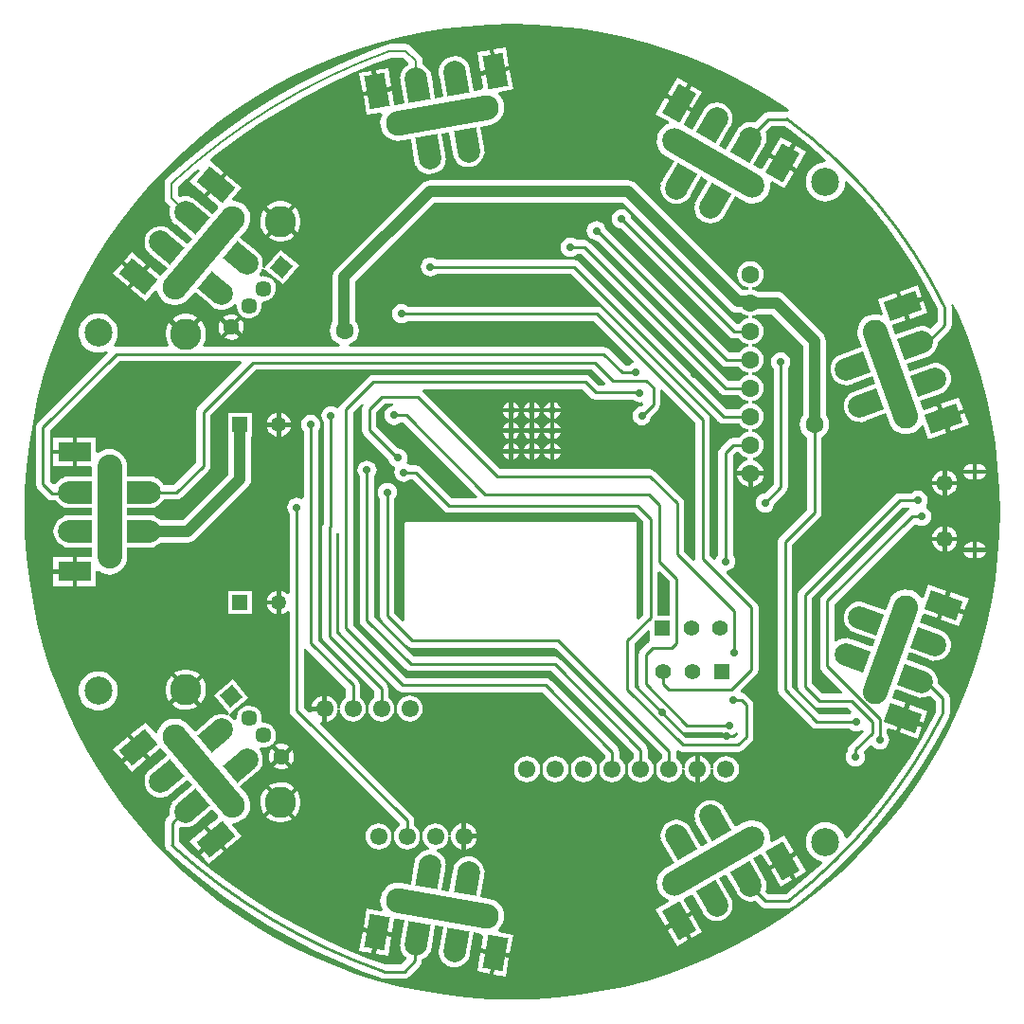
<source format=gbl>
G04*
G04 #@! TF.GenerationSoftware,Altium Limited,Altium Designer,21.7.2 (23)*
G04*
G04 Layer_Physical_Order=2*
G04 Layer_Color=16711680*
%FSAX44Y44*%
%MOMM*%
G71*
G04*
G04 #@! TF.SameCoordinates,B7EB48EB-4545-49F1-A633-DAB07844ECAD*
G04*
G04*
G04 #@! TF.FilePolarity,Positive*
G04*
G01*
G75*
%ADD10C,0.2500*%
%ADD11C,0.2540*%
%ADD14C,0.2000*%
G04:AMPARAMS|DCode=16|XSize=3mm|YSize=1.8mm|CornerRadius=0mm|HoleSize=0mm|Usage=FLASHONLY|Rotation=160.000|XOffset=0mm|YOffset=0mm|HoleType=Round|Shape=Rectangle|*
%AMROTATEDRECTD16*
4,1,4,1.7174,0.3327,1.1017,-1.3588,-1.7174,-0.3327,-1.1017,1.3588,1.7174,0.3327,0.0*
%
%ADD16ROTATEDRECTD16*%

%ADD17C,2.0000*%
%ADD18P,2.8284X4X205.0*%
G04:AMPARAMS|DCode=19|XSize=3mm|YSize=1.8mm|CornerRadius=0mm|HoleSize=0mm|Usage=FLASHONLY|Rotation=320.000|XOffset=0mm|YOffset=0mm|HoleType=Round|Shape=Rectangle|*
%AMROTATEDRECTD19*
4,1,4,-1.7276,0.2747,-0.5706,1.6536,1.7276,-0.2747,0.5706,-1.6536,-1.7276,0.2747,0.0*
%
%ADD19ROTATEDRECTD19*%

%ADD20P,2.8284X4X365.0*%
%ADD21R,3.0000X1.8000*%
%ADD22R,2.0000X2.0000*%
G04:AMPARAMS|DCode=23|XSize=3mm|YSize=1.8mm|CornerRadius=0mm|HoleSize=0mm|Usage=FLASHONLY|Rotation=40.000|XOffset=0mm|YOffset=0mm|HoleType=Round|Shape=Rectangle|*
%AMROTATEDRECTD23*
4,1,4,-0.5706,-1.6536,-1.7276,-0.2747,0.5706,1.6536,1.7276,0.2747,-0.5706,-1.6536,0.0*
%
%ADD23ROTATEDRECTD23*%

%ADD24P,2.8284X4X85.0*%
G04:AMPARAMS|DCode=25|XSize=3mm|YSize=1.8mm|CornerRadius=0mm|HoleSize=0mm|Usage=FLASHONLY|Rotation=120.000|XOffset=0mm|YOffset=0mm|HoleType=Round|Shape=Rectangle|*
%AMROTATEDRECTD25*
4,1,4,1.5294,-0.8490,-0.0294,-1.7490,-1.5294,0.8490,0.0294,1.7490,1.5294,-0.8490,0.0*
%
%ADD25ROTATEDRECTD25*%

%ADD26P,2.8284X4X165.0*%
G04:AMPARAMS|DCode=27|XSize=3mm|YSize=1.8mm|CornerRadius=0mm|HoleSize=0mm|Usage=FLASHONLY|Rotation=80.000|XOffset=0mm|YOffset=0mm|HoleType=Round|Shape=Rectangle|*
%AMROTATEDRECTD27*
4,1,4,0.6259,-1.6335,-1.1468,-1.3209,-0.6259,1.6335,1.1468,1.3209,0.6259,-1.6335,0.0*
%
%ADD27ROTATEDRECTD27*%

%ADD28P,2.8284X4X125.0*%
G04:AMPARAMS|DCode=29|XSize=3mm|YSize=1.8mm|CornerRadius=0mm|HoleSize=0mm|Usage=FLASHONLY|Rotation=280.000|XOffset=0mm|YOffset=0mm|HoleType=Round|Shape=Rectangle|*
%AMROTATEDRECTD29*
4,1,4,-1.1468,1.3209,0.6259,1.6335,1.1468,-1.3209,-0.6259,-1.6335,-1.1468,1.3209,0.0*
%
%ADD29ROTATEDRECTD29*%

%ADD30P,2.8284X4X325.0*%
G04:AMPARAMS|DCode=31|XSize=3mm|YSize=1.8mm|CornerRadius=0mm|HoleSize=0mm|Usage=FLASHONLY|Rotation=240.000|XOffset=0mm|YOffset=0mm|HoleType=Round|Shape=Rectangle|*
%AMROTATEDRECTD31*
4,1,4,-0.0294,1.7490,1.5294,0.8490,0.0294,-1.7490,-1.5294,-0.8490,-0.0294,1.7490,0.0*
%
%ADD31ROTATEDRECTD31*%

%ADD32P,2.8284X4X285.0*%
G04:AMPARAMS|DCode=33|XSize=3mm|YSize=1.8mm|CornerRadius=0mm|HoleSize=0mm|Usage=FLASHONLY|Rotation=200.000|XOffset=0mm|YOffset=0mm|HoleType=Round|Shape=Rectangle|*
%AMROTATEDRECTD33*
4,1,4,1.1017,1.3588,1.7174,-0.3327,-1.1017,-1.3588,-1.7174,0.3327,1.1017,1.3588,0.0*
%
%ADD33ROTATEDRECTD33*%

%ADD34P,2.8284X4X245.0*%
%ADD74C,1.4500*%
%ADD79C,1.5500*%
%ADD87C,1.0000*%
G04:AMPARAMS|DCode=90|XSize=2.2mm|YSize=10.2mm|CornerRadius=1.1mm|HoleSize=0mm|Usage=FLASHONLY|Rotation=160.000|XOffset=0mm|YOffset=0mm|HoleType=Round|Shape=RoundedRectangle|*
%AMROUNDEDRECTD90*
21,1,2.2000,8.0000,0,0,160.0*
21,1,0.0000,10.2000,0,0,160.0*
1,1,2.2000,1.3681,3.7588*
1,1,2.2000,1.3681,3.7588*
1,1,2.2000,-1.3681,-3.7588*
1,1,2.2000,-1.3681,-3.7588*
%
%ADD90ROUNDEDRECTD90*%
G04:AMPARAMS|DCode=91|XSize=2.2mm|YSize=10.2mm|CornerRadius=1.1mm|HoleSize=0mm|Usage=FLASHONLY|Rotation=320.000|XOffset=0mm|YOffset=0mm|HoleType=Round|Shape=RoundedRectangle|*
%AMROUNDEDRECTD91*
21,1,2.2000,8.0000,0,0,320.0*
21,1,0.0000,10.2000,0,0,320.0*
1,1,2.2000,-2.5712,-3.0642*
1,1,2.2000,-2.5712,-3.0642*
1,1,2.2000,2.5712,3.0642*
1,1,2.2000,2.5712,3.0642*
%
%ADD91ROUNDEDRECTD91*%
G04:AMPARAMS|DCode=92|XSize=2.2mm|YSize=10.2mm|CornerRadius=1.1mm|HoleSize=0mm|Usage=FLASHONLY|Rotation=0.000|XOffset=0mm|YOffset=0mm|HoleType=Round|Shape=RoundedRectangle|*
%AMROUNDEDRECTD92*
21,1,2.2000,8.0000,0,0,0.0*
21,1,0.0000,10.2000,0,0,0.0*
1,1,2.2000,0.0000,-4.0000*
1,1,2.2000,0.0000,-4.0000*
1,1,2.2000,0.0000,4.0000*
1,1,2.2000,0.0000,4.0000*
%
%ADD92ROUNDEDRECTD92*%
G04:AMPARAMS|DCode=93|XSize=2.2mm|YSize=10.2mm|CornerRadius=1.1mm|HoleSize=0mm|Usage=FLASHONLY|Rotation=40.000|XOffset=0mm|YOffset=0mm|HoleType=Round|Shape=RoundedRectangle|*
%AMROUNDEDRECTD93*
21,1,2.2000,8.0000,0,0,40.0*
21,1,0.0000,10.2000,0,0,40.0*
1,1,2.2000,2.5712,-3.0642*
1,1,2.2000,2.5712,-3.0642*
1,1,2.2000,-2.5712,3.0642*
1,1,2.2000,-2.5712,3.0642*
%
%ADD93ROUNDEDRECTD93*%
G04:AMPARAMS|DCode=94|XSize=2.2mm|YSize=10.2mm|CornerRadius=1.1mm|HoleSize=0mm|Usage=FLASHONLY|Rotation=120.000|XOffset=0mm|YOffset=0mm|HoleType=Round|Shape=RoundedRectangle|*
%AMROUNDEDRECTD94*
21,1,2.2000,8.0000,0,0,120.0*
21,1,0.0000,10.2000,0,0,120.0*
1,1,2.2000,3.4641,2.0000*
1,1,2.2000,3.4641,2.0000*
1,1,2.2000,-3.4641,-2.0000*
1,1,2.2000,-3.4641,-2.0000*
%
%ADD94ROUNDEDRECTD94*%
G04:AMPARAMS|DCode=95|XSize=2.2mm|YSize=10.2mm|CornerRadius=1.1mm|HoleSize=0mm|Usage=FLASHONLY|Rotation=80.000|XOffset=0mm|YOffset=0mm|HoleType=Round|Shape=RoundedRectangle|*
%AMROUNDEDRECTD95*
21,1,2.2000,8.0000,0,0,80.0*
21,1,0.0000,10.2000,0,0,80.0*
1,1,2.2000,3.9392,-0.6946*
1,1,2.2000,3.9392,-0.6946*
1,1,2.2000,-3.9392,0.6946*
1,1,2.2000,-3.9392,0.6946*
%
%ADD95ROUNDEDRECTD95*%
G04:AMPARAMS|DCode=96|XSize=2.2mm|YSize=10.2mm|CornerRadius=1.1mm|HoleSize=0mm|Usage=FLASHONLY|Rotation=280.000|XOffset=0mm|YOffset=0mm|HoleType=Round|Shape=RoundedRectangle|*
%AMROUNDEDRECTD96*
21,1,2.2000,8.0000,0,0,280.0*
21,1,0.0000,10.2000,0,0,280.0*
1,1,2.2000,-3.9392,-0.6946*
1,1,2.2000,-3.9392,-0.6946*
1,1,2.2000,3.9392,0.6946*
1,1,2.2000,3.9392,0.6946*
%
%ADD96ROUNDEDRECTD96*%
G04:AMPARAMS|DCode=97|XSize=2.2mm|YSize=10.2mm|CornerRadius=1.1mm|HoleSize=0mm|Usage=FLASHONLY|Rotation=240.000|XOffset=0mm|YOffset=0mm|HoleType=Round|Shape=RoundedRectangle|*
%AMROUNDEDRECTD97*
21,1,2.2000,8.0000,0,0,240.0*
21,1,0.0000,10.2000,0,0,240.0*
1,1,2.2000,-3.4641,2.0000*
1,1,2.2000,-3.4641,2.0000*
1,1,2.2000,3.4641,-2.0000*
1,1,2.2000,3.4641,-2.0000*
%
%ADD97ROUNDEDRECTD97*%
G04:AMPARAMS|DCode=98|XSize=2.2mm|YSize=10.2mm|CornerRadius=1.1mm|HoleSize=0mm|Usage=FLASHONLY|Rotation=200.000|XOffset=0mm|YOffset=0mm|HoleType=Round|Shape=RoundedRectangle|*
%AMROUNDEDRECTD98*
21,1,2.2000,8.0000,0,0,200.0*
21,1,0.0000,10.2000,0,0,200.0*
1,1,2.2000,-1.3681,3.7588*
1,1,2.2000,-1.3681,3.7588*
1,1,2.2000,1.3681,-3.7588*
1,1,2.2000,1.3681,-3.7588*
%
%ADD98ROUNDEDRECTD98*%
%ADD99C,0.7000*%
%ADD100C,1.3500*%
%ADD101R,1.3500X1.3500*%
%ADD102C,1.6000*%
%ADD103C,2.8000*%
%ADD104P,2.0506X4X355.0*%
%ADD105P,2.0506X4X275.0*%
%ADD106C,2.5000*%
%ADD107C,1.4000*%
%ADD108R,1.4000X1.4000*%
%ADD109C,0.4000*%
%ADD110C,1.2700*%
%ADD111C,0.1500*%
G36*
X00460135Y00873524D02*
X00480228Y00872129D01*
X00500235Y00869808D01*
X00520113Y00866566D01*
X00539820Y00862409D01*
X00559314Y00857346D01*
X00578554Y00851388D01*
X00597497Y00844548D01*
X00616105Y00836840D01*
X00634337Y00828282D01*
X00652154Y00818890D01*
X00669519Y00808686D01*
X00686393Y00797690D01*
X00687100Y00797182D01*
X00686284Y00795305D01*
X00685639Y00795433D01*
X00668878D01*
X00666439Y00794948D01*
X00664372Y00793567D01*
X00656660Y00785855D01*
X00653156Y00786317D01*
X00649501Y00785836D01*
X00646095Y00784425D01*
X00643467Y00782409D01*
X00643031Y00782660D01*
X00641490Y00779991D01*
X00640927Y00779257D01*
X00640572Y00778401D01*
X00631070Y00761943D01*
X00625008Y00765443D01*
X00634510Y00781901D01*
X00635074Y00782636D01*
X00635428Y00783491D01*
X00636969Y00786160D01*
X00636533Y00786412D01*
X00636965Y00789696D01*
X00636484Y00793351D01*
X00635074Y00796756D01*
X00632830Y00799681D01*
X00629905Y00801925D01*
X00626499Y00803336D01*
X00622845Y00803817D01*
X00619190Y00803336D01*
X00615784Y00801925D01*
X00613156Y00799909D01*
X00612720Y00800160D01*
X00611179Y00797491D01*
X00610616Y00796756D01*
X00610261Y00795901D01*
X00600759Y00779443D01*
X00593398Y00783693D01*
X00593191Y00784335D01*
X00599426Y00795134D01*
X00588168Y00801634D01*
X00576909Y00808134D01*
X00568409Y00793411D01*
X00579722Y00786880D01*
X00579541Y00784675D01*
X00578248Y00784189D01*
X00575572Y00782524D01*
X00573271Y00780370D01*
X00571436Y00777808D01*
X00570135Y00774937D01*
X00569419Y00771868D01*
X00569316Y00768718D01*
X00569829Y00765608D01*
X00570940Y00762658D01*
X00572604Y00759982D01*
X00574758Y00757682D01*
X00577320Y00755846D01*
X00584682Y00751596D01*
X00575179Y00735137D01*
X00574616Y00734403D01*
X00574262Y00733548D01*
X00572720Y00730878D01*
X00573156Y00730626D01*
X00572724Y00727342D01*
X00573205Y00723688D01*
X00574616Y00720282D01*
X00576860Y00717357D01*
X00579784Y00715113D01*
X00583190Y00713703D01*
X00586845Y00713222D01*
X00590499Y00713703D01*
X00593905Y00715113D01*
X00596533Y00717130D01*
X00596969Y00716878D01*
X00598510Y00719547D01*
X00599074Y00720282D01*
X00599428Y00721137D01*
X00608930Y00737596D01*
X00614992Y00734096D01*
X00605490Y00717637D01*
X00604926Y00716903D01*
X00604572Y00716047D01*
X00603031Y00713378D01*
X00603467Y00713126D01*
X00603035Y00709842D01*
X00603516Y00706188D01*
X00604926Y00702782D01*
X00607170Y00699857D01*
X00610095Y00697613D01*
X00613501Y00696203D01*
X00617155Y00695722D01*
X00620810Y00696203D01*
X00624216Y00697613D01*
X00626844Y00699630D01*
X00627280Y00699378D01*
X00628821Y00702048D01*
X00629384Y00702782D01*
X00629739Y00703637D01*
X00639241Y00720096D01*
X00646602Y00715846D01*
X00649473Y00714545D01*
X00652542Y00713829D01*
X00655693Y00713726D01*
X00658802Y00714240D01*
X00661752Y00715350D01*
X00664428Y00717014D01*
X00666729Y00719168D01*
X00668565Y00721730D01*
X00669865Y00724601D01*
X00670581Y00727671D01*
X00670684Y00730821D01*
X00670459Y00732184D01*
X00672278Y00733443D01*
X00683591Y00726911D01*
X00692091Y00741634D01*
X00680832Y00748134D01*
X00669574Y00754634D01*
X00664009Y00744995D01*
X00661381Y00744443D01*
X00655319Y00747943D01*
X00664821Y00764401D01*
X00665384Y00765136D01*
X00665739Y00765991D01*
X00667280Y00768660D01*
X00666844Y00768912D01*
X00667276Y00772196D01*
X00666795Y00775851D01*
X00666176Y00777347D01*
X00671517Y00782688D01*
X00683593D01*
X00687955Y00779550D01*
X00704203Y00766680D01*
X00719840Y00753073D01*
X00720621Y00752327D01*
X00719592Y00750544D01*
X00716569Y00750247D01*
X00713271Y00749246D01*
X00710230Y00747621D01*
X00707566Y00745434D01*
X00705379Y00742769D01*
X00703754Y00739729D01*
X00702753Y00736431D01*
X00702415Y00733000D01*
X00702753Y00729569D01*
X00703754Y00726271D01*
X00705379Y00723231D01*
X00707566Y00720566D01*
X00710230Y00718379D01*
X00713271Y00716754D01*
X00716569Y00715753D01*
X00720000Y00715415D01*
X00723431Y00715753D01*
X00726729Y00716754D01*
X00729770Y00718379D01*
X00732434Y00720566D01*
X00734621Y00723231D01*
X00736246Y00726271D01*
X00737247Y00729569D01*
X00737583Y00732981D01*
X00738080Y00733387D01*
X00739387Y00733987D01*
X00749146Y00723767D01*
X00762752Y00708131D01*
X00775622Y00691882D01*
X00787728Y00675057D01*
X00799044Y00657691D01*
X00809546Y00639820D01*
X00819211Y00621484D01*
X00820108Y00619573D01*
Y00607514D01*
X00814041Y00601446D01*
X00812101Y00602682D01*
X00808585Y00603791D01*
X00805276Y00603935D01*
X00805103Y00604408D01*
X00802207Y00603354D01*
X00801303Y00603154D01*
X00800483Y00602727D01*
X00782624Y00596226D01*
X00779716Y00604214D01*
X00779971Y00604839D01*
X00791689Y00609103D01*
X00787242Y00621319D01*
X00782796Y00633535D01*
X00766821Y00627721D01*
X00771289Y00615446D01*
X00769733Y00613873D01*
X00768430Y00614332D01*
X00765310Y00614777D01*
X00762163Y00614605D01*
X00759110Y00613823D01*
X00756268Y00612460D01*
X00753747Y00610568D01*
X00751643Y00608222D01*
X00750038Y00605509D01*
X00748992Y00602536D01*
X00748547Y00599416D01*
X00748718Y00596269D01*
X00749501Y00593216D01*
X00752408Y00585229D01*
X00734549Y00578729D01*
X00733645Y00578528D01*
X00732824Y00578101D01*
X00729928Y00577047D01*
X00730100Y00576574D01*
X00727658Y00574336D01*
X00725677Y00571227D01*
X00724569Y00567711D01*
X00724408Y00564029D01*
X00725206Y00560430D01*
X00726908Y00557160D01*
X00729398Y00554442D01*
X00732507Y00552461D01*
X00736023Y00551353D01*
X00739332Y00551208D01*
X00739505Y00550735D01*
X00742401Y00551790D01*
X00743305Y00551990D01*
X00744125Y00552417D01*
X00761984Y00558917D01*
X00764379Y00552340D01*
X00746520Y00545840D01*
X00745616Y00545639D01*
X00744795Y00545212D01*
X00741899Y00544158D01*
X00742071Y00543685D01*
X00739629Y00541447D01*
X00737648Y00538338D01*
X00736539Y00534822D01*
X00736379Y00531139D01*
X00737177Y00527540D01*
X00738879Y00524271D01*
X00741369Y00521553D01*
X00744478Y00519572D01*
X00747994Y00518464D01*
X00751303Y00518319D01*
X00751475Y00517846D01*
X00754372Y00518900D01*
X00755275Y00519101D01*
X00756096Y00519528D01*
X00773955Y00526028D01*
X00776862Y00518041D01*
X00778225Y00515199D01*
X00780117Y00512678D01*
X00782464Y00510574D01*
X00785175Y00508968D01*
X00788149Y00507923D01*
X00791269Y00507477D01*
X00794416Y00507649D01*
X00797469Y00508432D01*
X00800311Y00509795D01*
X00802832Y00511686D01*
X00804936Y00514033D01*
X00805639Y00515221D01*
X00807842Y00515017D01*
X00812310Y00502742D01*
X00828285Y00508556D01*
X00823838Y00520772D01*
X00819392Y00532988D01*
X00808934Y00529182D01*
X00806565Y00530448D01*
X00804171Y00537026D01*
X00822029Y00543526D01*
X00822933Y00543726D01*
X00823755Y00544154D01*
X00826651Y00545208D01*
X00826479Y00545681D01*
X00828921Y00547919D01*
X00830901Y00551028D01*
X00832010Y00554543D01*
X00832171Y00558226D01*
X00831373Y00561825D01*
X00829671Y00565095D01*
X00827180Y00567812D01*
X00824071Y00569793D01*
X00820556Y00570902D01*
X00817246Y00571046D01*
X00817074Y00571519D01*
X00814177Y00570465D01*
X00813274Y00570265D01*
X00812454Y00569837D01*
X00794594Y00563337D01*
X00792200Y00569915D01*
X00810059Y00576415D01*
X00810963Y00576615D01*
X00811784Y00577043D01*
X00814680Y00578097D01*
X00814508Y00578570D01*
X00816950Y00580808D01*
X00818931Y00583917D01*
X00820039Y00587433D01*
X00820130Y00589512D01*
X00830987Y00600369D01*
X00832368Y00602436D01*
X00832853Y00604875D01*
Y00620888D01*
X00832417Y00623083D01*
X00834331Y00623712D01*
X00838840Y00614105D01*
X00846548Y00595498D01*
X00853388Y00576554D01*
X00859346Y00557314D01*
X00864409Y00537820D01*
X00868566Y00518113D01*
X00871808Y00498235D01*
X00874129Y00478228D01*
X00875524Y00458135D01*
X00875989Y00438000D01*
X00875524Y00417864D01*
X00874129Y00397772D01*
X00871808Y00377765D01*
X00868566Y00357887D01*
X00864409Y00338180D01*
X00859346Y00318686D01*
X00853388Y00299446D01*
X00846548Y00280502D01*
X00838840Y00261895D01*
X00830282Y00243663D01*
X00820890Y00225846D01*
X00810686Y00208481D01*
X00799690Y00191607D01*
X00787927Y00175258D01*
X00775421Y00159470D01*
X00762200Y00144276D01*
X00748291Y00129709D01*
X00733724Y00115800D01*
X00718530Y00102579D01*
X00702742Y00090073D01*
X00686393Y00078310D01*
X00669519Y00067314D01*
X00652154Y00057110D01*
X00634337Y00047718D01*
X00616105Y00039160D01*
X00597497Y00031452D01*
X00578554Y00024612D01*
X00559314Y00018654D01*
X00539820Y00013591D01*
X00520113Y00009434D01*
X00500235Y00006192D01*
X00480228Y00003871D01*
X00460135Y00002476D01*
X00440000Y00002011D01*
X00419865Y00002476D01*
X00399772Y00003871D01*
X00379765Y00006192D01*
X00359887Y00009434D01*
X00340180Y00013591D01*
X00320686Y00018654D01*
X00301446Y00024612D01*
X00282502Y00031452D01*
X00263895Y00039160D01*
X00245663Y00047718D01*
X00227846Y00057110D01*
X00210481Y00067314D01*
X00193607Y00078310D01*
X00177258Y00090073D01*
X00161470Y00102579D01*
X00146276Y00115800D01*
X00131709Y00129709D01*
X00117800Y00144276D01*
X00104579Y00159470D01*
X00092073Y00175258D01*
X00080310Y00191607D01*
X00069314Y00208481D01*
X00059110Y00225846D01*
X00049718Y00243663D01*
X00041160Y00261895D01*
X00033452Y00280502D01*
X00026612Y00299446D01*
X00020654Y00318686D01*
X00015591Y00338180D01*
X00011434Y00357887D01*
X00008192Y00377765D01*
X00005871Y00397772D01*
X00004476Y00417864D01*
X00004011Y00438000D01*
X00004476Y00458135D01*
X00005871Y00478228D01*
X00008192Y00498235D01*
X00011434Y00518113D01*
X00015591Y00537820D01*
X00020654Y00557314D01*
X00026612Y00576554D01*
X00033452Y00595498D01*
X00041160Y00614105D01*
X00049718Y00632337D01*
X00059110Y00650154D01*
X00069314Y00667519D01*
X00080310Y00684393D01*
X00092073Y00700742D01*
X00104579Y00716530D01*
X00117800Y00731724D01*
X00131709Y00746291D01*
X00146276Y00760200D01*
X00161470Y00773421D01*
X00177258Y00785927D01*
X00193607Y00797690D01*
X00210481Y00808686D01*
X00227846Y00818890D01*
X00245663Y00828282D01*
X00263895Y00836840D01*
X00282502Y00844548D01*
X00301446Y00851388D01*
X00320686Y00857346D01*
X00340180Y00862409D01*
X00359887Y00866566D01*
X00379765Y00869808D01*
X00399772Y00872129D01*
X00419865Y00873524D01*
X00440000Y00873989D01*
X00460135Y00873524D01*
D02*
G37*
%LPC*%
G36*
X00434294Y00853319D02*
X00423461Y00851409D01*
X00426413Y00834667D01*
X00437246Y00836577D01*
X00434294Y00853319D01*
D02*
G37*
G36*
X00419522Y00850714D02*
X00408689Y00848804D01*
X00411641Y00832062D01*
X00422474Y00833972D01*
X00419522Y00850714D01*
D02*
G37*
G36*
X00328919Y00834738D02*
X00318087Y00832828D01*
X00321039Y00816087D01*
X00331872Y00817997D01*
X00328919Y00834738D01*
D02*
G37*
G36*
X00314147Y00832134D02*
X00303315Y00830223D01*
X00306267Y00813482D01*
X00317099Y00815392D01*
X00314147Y00832134D01*
D02*
G37*
G36*
X00587409Y00826320D02*
X00578909Y00811598D01*
X00588436Y00806098D01*
X00596936Y00820820D01*
X00587409Y00826320D01*
D02*
G37*
G36*
X00344864Y00856190D02*
X00330967D01*
X00328626Y00855725D01*
X00328252Y00855474D01*
X00314983Y00850610D01*
X00292566Y00841325D01*
X00270551Y00831121D01*
X00248977Y00820016D01*
X00227881Y00808029D01*
X00207297Y00795180D01*
X00187263Y00781492D01*
X00167811Y00766987D01*
X00148975Y00751691D01*
X00131402Y00736172D01*
X00131402Y00736173D01*
X00131207Y00735998D01*
X00129881Y00734013D01*
X00129416Y00731672D01*
Y00718312D01*
X00129881Y00715971D01*
X00131207Y00713986D01*
X00134661Y00710533D01*
X00133989Y00708402D01*
X00133828Y00704719D01*
X00134626Y00701120D01*
X00136156Y00698182D01*
X00135832Y00697796D01*
X00138194Y00695815D01*
X00138819Y00695133D01*
X00139599Y00694636D01*
X00154158Y00682419D01*
X00149658Y00677057D01*
X00135100Y00689272D01*
X00134474Y00689955D01*
X00133693Y00690453D01*
X00131332Y00692434D01*
X00131009Y00692048D01*
X00127850Y00693045D01*
X00124167Y00693205D01*
X00120568Y00692408D01*
X00117298Y00690705D01*
X00114580Y00688215D01*
X00112600Y00685106D01*
X00111491Y00681590D01*
X00111331Y00677907D01*
X00112128Y00674309D01*
X00113658Y00671370D01*
X00113334Y00670985D01*
X00115697Y00669003D01*
X00116321Y00668321D01*
X00117100Y00667824D01*
X00131660Y00655608D01*
X00126196Y00649096D01*
X00125528Y00649004D01*
X00115976Y00657020D01*
X00107620Y00647061D01*
X00099263Y00637102D01*
X00112286Y00626175D01*
X00120682Y00636181D01*
X00122823Y00635620D01*
X00123077Y00634263D01*
X00124252Y00631338D01*
X00125974Y00628699D01*
X00128178Y00626446D01*
X00130779Y00624666D01*
X00133678Y00623428D01*
X00136762Y00622780D01*
X00139914Y00622746D01*
X00143011Y00623327D01*
X00145936Y00624501D01*
X00148576Y00626223D01*
X00150829Y00628427D01*
X00156292Y00634939D01*
X00170851Y00622723D01*
X00171476Y00622040D01*
X00172257Y00621543D01*
X00174618Y00619562D01*
X00174942Y00619947D01*
X00178101Y00618951D01*
X00181784Y00618790D01*
X00185382Y00619588D01*
X00188652Y00621290D01*
X00191370Y00623781D01*
X00191647Y00624216D01*
X00191936Y00624204D01*
X00193798Y00622177D01*
X00193759Y00621279D01*
X00194389Y00618438D01*
X00195732Y00615858D01*
X00197698Y00613712D01*
X00200152Y00612149D01*
X00202927Y00611274D01*
X00205833Y00611147D01*
X00208674Y00611777D01*
X00211255Y00613120D01*
X00213400Y00615086D01*
X00214963Y00617540D01*
X00215838Y00620315D01*
X00215965Y00623222D01*
X00215656Y00624615D01*
X00217263Y00626530D01*
X00218689Y00626468D01*
X00221530Y00627098D01*
X00224110Y00628441D01*
X00226255Y00630407D01*
X00227819Y00632861D01*
X00228694Y00635636D01*
X00228821Y00638543D01*
X00228191Y00641383D01*
X00226847Y00643964D01*
X00224882Y00646109D01*
X00222428Y00647672D01*
X00219653Y00648547D01*
X00216746Y00648674D01*
X00215869Y00648480D01*
X00213550Y00649961D01*
X00213488Y00650244D01*
X00213868Y00650592D01*
X00215848Y00653701D01*
X00216283Y00655079D01*
X00218416Y00655195D01*
X00219555Y00654240D01*
X00235149Y00641155D01*
X00249355Y00658084D01*
X00232425Y00672290D01*
X00219437Y00656811D01*
X00218618Y00655835D01*
X00216830Y00656815D01*
X00216957Y00657217D01*
X00217118Y00660900D01*
X00216320Y00664499D01*
X00214790Y00667437D01*
X00215114Y00667822D01*
X00212753Y00669803D01*
X00212127Y00670486D01*
X00211346Y00670984D01*
X00196788Y00683200D01*
X00202251Y00689711D01*
X00204031Y00692312D01*
X00205269Y00695211D01*
X00205917Y00698295D01*
X00205952Y00701447D01*
X00205371Y00704544D01*
X00204196Y00707469D01*
X00202474Y00710108D01*
X00200270Y00712361D01*
X00197669Y00714141D01*
X00194770Y00715379D01*
X00191686Y00716027D01*
X00190304Y00716042D01*
X00189380Y00718053D01*
X00197777Y00728059D01*
X00184754Y00738986D01*
X00176398Y00729028D01*
X00168042Y00719069D01*
X00176567Y00711915D01*
X00176655Y00709231D01*
X00172156Y00703868D01*
X00157597Y00716084D01*
X00156972Y00716767D01*
X00156191Y00717264D01*
X00153830Y00719245D01*
X00153507Y00718860D01*
X00150347Y00719856D01*
X00146664Y00720017D01*
X00143239Y00719257D01*
X00141651Y00720846D01*
Y00729044D01*
X00156814Y00742435D01*
X00159392Y00744529D01*
X00160795Y00743103D01*
X00151955Y00732568D01*
X00164977Y00721640D01*
X00173334Y00731599D01*
X00181690Y00741557D01*
X00170127Y00751260D01*
X00170144Y00753260D01*
X00175261Y00757415D01*
X00194311Y00771620D01*
X00213932Y00785026D01*
X00234090Y00797609D01*
X00254750Y00809348D01*
X00275879Y00820224D01*
X00297438Y00830217D01*
X00319392Y00839311D01*
X00332063Y00843955D01*
X00342330D01*
X00346930Y00839355D01*
X00346699Y00836892D01*
X00344925Y00835762D01*
X00342434Y00833044D01*
X00340732Y00829775D01*
X00340015Y00826541D01*
X00339519Y00826453D01*
X00340055Y00823417D01*
X00340095Y00822493D01*
X00340373Y00821611D01*
X00343674Y00802894D01*
X00335303Y00801418D01*
X00334731Y00801777D01*
X00332566Y00814057D01*
X00319764Y00811800D01*
X00306961Y00809542D01*
X00309913Y00792801D01*
X00322777Y00795069D01*
X00324056Y00793264D01*
X00323379Y00792060D01*
X00322398Y00789065D01*
X00322021Y00785936D01*
X00322261Y00782793D01*
X00323110Y00779758D01*
X00324535Y00776946D01*
X00326481Y00774467D01*
X00328873Y00772415D01*
X00331619Y00770869D01*
X00334615Y00769889D01*
X00337744Y00769511D01*
X00340886Y00769752D01*
X00349257Y00771228D01*
X00352557Y00752511D01*
X00352598Y00751587D01*
X00352876Y00750705D01*
X00353411Y00747669D01*
X00353907Y00747756D01*
X00355687Y00744962D01*
X00358405Y00742472D01*
X00361674Y00740770D01*
X00365273Y00739972D01*
X00368956Y00740133D01*
X00372472Y00741241D01*
X00375581Y00743222D01*
X00378071Y00745939D01*
X00379773Y00749209D01*
X00380490Y00752443D01*
X00380986Y00752531D01*
X00380451Y00755566D01*
X00380410Y00756491D01*
X00380132Y00757374D01*
X00376832Y00776090D01*
X00383725Y00777305D01*
X00387025Y00758588D01*
X00387066Y00757665D01*
X00387344Y00756783D01*
X00387879Y00753746D01*
X00388375Y00753834D01*
X00390155Y00751040D01*
X00392873Y00748549D01*
X00396143Y00746847D01*
X00399741Y00746049D01*
X00403424Y00746210D01*
X00406940Y00747319D01*
X00410049Y00749299D01*
X00412539Y00752017D01*
X00414241Y00755287D01*
X00414958Y00758521D01*
X00415454Y00758608D01*
X00414919Y00761643D01*
X00414878Y00762569D01*
X00414600Y00763452D01*
X00411300Y00782168D01*
X00419671Y00783644D01*
X00422706Y00784492D01*
X00425517Y00785917D01*
X00427997Y00787863D01*
X00430049Y00790255D01*
X00431595Y00793002D01*
X00432575Y00795997D01*
X00432953Y00799126D01*
X00432712Y00802269D01*
X00431863Y00805304D01*
X00430438Y00808115D01*
X00428493Y00810594D01*
X00427444Y00811494D01*
X00428028Y00813628D01*
X00440892Y00815896D01*
X00437940Y00832638D01*
X00425138Y00830380D01*
X00412336Y00828123D01*
X00414268Y00817162D01*
X00412610Y00815049D01*
X00405716Y00813834D01*
X00402416Y00832550D01*
X00402376Y00833475D01*
X00402097Y00834358D01*
X00401562Y00837393D01*
X00401066Y00837306D01*
X00399287Y00840099D01*
X00396569Y00842590D01*
X00393299Y00844292D01*
X00389700Y00845090D01*
X00386017Y00844929D01*
X00382502Y00843820D01*
X00379393Y00841840D01*
X00376902Y00839122D01*
X00375200Y00835852D01*
X00374483Y00832618D01*
X00373988Y00832531D01*
X00374523Y00829495D01*
X00374563Y00828571D01*
X00374841Y00827688D01*
X00378142Y00808972D01*
X00371248Y00807756D01*
X00367948Y00826472D01*
X00367908Y00827397D01*
X00367629Y00828280D01*
X00367094Y00831315D01*
X00366598Y00831228D01*
X00364818Y00834022D01*
X00362101Y00836512D01*
X00360119Y00837544D01*
Y00840936D01*
X00359653Y00843277D01*
X00358327Y00845262D01*
X00349190Y00854399D01*
X00347205Y00855725D01*
X00344864Y00856190D01*
D02*
G37*
G36*
X00600400Y00818820D02*
X00591900Y00804098D01*
X00601426Y00798598D01*
X00609926Y00813320D01*
X00600400Y00818820D01*
D02*
G37*
G36*
X00680074Y00772820D02*
X00671574Y00758098D01*
X00681100Y00752598D01*
X00689600Y00767320D01*
X00680074Y00772820D01*
D02*
G37*
G36*
X00693064Y00765320D02*
X00684564Y00750598D01*
X00694091Y00745098D01*
X00702591Y00759820D01*
X00693064Y00765320D01*
D02*
G37*
G36*
X00231185Y00715677D02*
X00227700Y00715024D01*
X00224410Y00713703D01*
X00221440Y00711765D01*
X00220342Y00710691D01*
X00232515Y00700477D01*
X00242729Y00712650D01*
X00241461Y00713517D01*
X00238200Y00714909D01*
X00234730Y00715639D01*
X00231185Y00715677D01*
D02*
G37*
G36*
X00245793Y00710078D02*
X00235579Y00697906D01*
X00247751Y00687692D01*
X00248619Y00688960D01*
X00250011Y00692220D01*
X00250741Y00695690D01*
X00250779Y00699236D01*
X00250126Y00702720D01*
X00248805Y00706011D01*
X00246867Y00708980D01*
X00245793Y00710078D01*
D02*
G37*
G36*
X00217771Y00707627D02*
X00216904Y00706359D01*
X00215511Y00703098D01*
X00214782Y00699628D01*
X00214743Y00696083D01*
X00215397Y00692598D01*
X00216718Y00689308D01*
X00218655Y00686338D01*
X00219729Y00685240D01*
X00229944Y00697413D01*
X00217771Y00707627D01*
D02*
G37*
G36*
X00233008Y00694842D02*
X00222794Y00682669D01*
X00224062Y00681802D01*
X00227322Y00680409D01*
X00230792Y00679680D01*
X00234338Y00679641D01*
X00237822Y00680295D01*
X00241113Y00681616D01*
X00244082Y00683553D01*
X00245180Y00684628D01*
X00233008Y00694842D01*
D02*
G37*
G36*
X00099889Y00670518D02*
X00092818Y00662092D01*
X00105841Y00651164D01*
X00112912Y00659591D01*
X00099889Y00670518D01*
D02*
G37*
G36*
X00090247Y00659027D02*
X00083176Y00650601D01*
X00096199Y00639674D01*
X00103270Y00648100D01*
X00090247Y00659027D01*
D02*
G37*
G36*
X00802530Y00640718D02*
X00786555Y00634903D01*
X00790317Y00624567D01*
X00806292Y00630381D01*
X00802530Y00640718D01*
D02*
G37*
G36*
X00807660Y00626622D02*
X00791685Y00620808D01*
X00795447Y00610471D01*
X00811422Y00616286D01*
X00807660Y00626622D01*
D02*
G37*
G36*
X00187803Y00614403D02*
X00184911Y00613762D01*
X00182284Y00612394D01*
X00181587Y00611756D01*
X00188546Y00605917D01*
X00194385Y00612875D01*
X00193588Y00613383D01*
X00190763Y00614274D01*
X00187803Y00614403D01*
D02*
G37*
G36*
X00146722Y00615019D02*
X00143238Y00614366D01*
X00139947Y00613045D01*
X00136978Y00611107D01*
X00135880Y00610033D01*
X00148052Y00599819D01*
X00158266Y00611991D01*
X00156999Y00612859D01*
X00153738Y00614251D01*
X00150268Y00614981D01*
X00146722Y00615019D01*
D02*
G37*
G36*
X00197449Y00610304D02*
X00191610Y00603346D01*
X00198568Y00597507D01*
X00199076Y00598304D01*
X00199967Y00601129D01*
X00200096Y00604088D01*
X00199455Y00606980D01*
X00198087Y00609608D01*
X00197449Y00610304D01*
D02*
G37*
G36*
X00179016Y00608691D02*
X00178508Y00607895D01*
X00177617Y00605070D01*
X00177488Y00602110D01*
X00178129Y00599218D01*
X00179497Y00596591D01*
X00180136Y00595894D01*
X00185975Y00602853D01*
X00179016Y00608691D01*
D02*
G37*
G36*
X00189039Y00600281D02*
X00183200Y00593323D01*
X00183997Y00592815D01*
X00186822Y00591924D01*
X00189781Y00591795D01*
X00192673Y00592436D01*
X00195301Y00593804D01*
X00195997Y00594442D01*
X00189039Y00600281D01*
D02*
G37*
G36*
X00543750Y00734336D02*
X00366250D01*
X00363639Y00733993D01*
X00361207Y00732985D01*
X00359118Y00731382D01*
X00282720Y00654984D01*
X00281117Y00652895D01*
X00280109Y00650462D01*
X00279766Y00647852D01*
Y00608017D01*
X00278645Y00606556D01*
X00277335Y00603394D01*
X00276888Y00600000D01*
X00277335Y00596606D01*
X00278645Y00593444D01*
X00280728Y00590728D01*
X00283444Y00588644D01*
X00286005Y00587584D01*
X00285608Y00585584D01*
X00164440D01*
X00163507Y00587352D01*
X00164156Y00588302D01*
X00165549Y00591562D01*
X00166278Y00595032D01*
X00166317Y00598577D01*
X00165663Y00602062D01*
X00164342Y00605353D01*
X00162405Y00608322D01*
X00161331Y00609420D01*
X00149831Y00595716D01*
X00148299Y00597001D01*
X00147013Y00595469D01*
X00133309Y00606969D01*
X00132442Y00605701D01*
X00131049Y00602440D01*
X00130319Y00598970D01*
X00130281Y00595425D01*
X00130934Y00591940D01*
X00132255Y00588649D01*
X00132951Y00587584D01*
X00131868Y00585584D01*
X00086211D01*
X00084807Y00585304D01*
X00083715Y00587126D01*
X00084621Y00588231D01*
X00086246Y00591271D01*
X00087247Y00594569D01*
X00087585Y00598000D01*
X00087247Y00601431D01*
X00086246Y00604729D01*
X00084621Y00607770D01*
X00082434Y00610434D01*
X00079770Y00612621D01*
X00076729Y00614246D01*
X00073431Y00615247D01*
X00070000Y00615585D01*
X00066569Y00615247D01*
X00063271Y00614246D01*
X00060230Y00612621D01*
X00057566Y00610434D01*
X00055379Y00607770D01*
X00053754Y00604729D01*
X00052753Y00601431D01*
X00052415Y00598000D01*
X00052753Y00594569D01*
X00053754Y00591271D01*
X00055379Y00588231D01*
X00057566Y00585566D01*
X00060230Y00583379D01*
X00063271Y00581754D01*
X00066569Y00580753D01*
X00070000Y00580415D01*
X00073431Y00580753D01*
X00076729Y00581754D01*
X00077125Y00581965D01*
X00078329Y00580341D01*
X00016218Y00518229D01*
X00014836Y00516162D01*
X00014351Y00513724D01*
Y00462608D01*
X00014836Y00460169D01*
X00016218Y00458102D01*
X00024324Y00449995D01*
X00026392Y00448614D01*
X00028830Y00448129D01*
X00032010D01*
X00034015Y00445515D01*
X00036940Y00443271D01*
X00040000Y00442003D01*
Y00441500D01*
X00043082D01*
X00044000Y00441379D01*
X00044918Y00441500D01*
X00063923D01*
Y00434500D01*
X00044918D01*
X00044000Y00434621D01*
X00043082Y00434500D01*
X00040000D01*
Y00433997D01*
X00036940Y00432729D01*
X00034015Y00430485D01*
X00031771Y00427561D01*
X00030360Y00424155D01*
X00029879Y00420500D01*
X00030360Y00416845D01*
X00031771Y00413440D01*
X00034015Y00410515D01*
X00036940Y00408271D01*
X00040000Y00407004D01*
Y00406500D01*
X00043083D01*
X00044000Y00406379D01*
X00044917Y00406500D01*
X00063923D01*
Y00398000D01*
X00063469Y00397500D01*
X00051000D01*
Y00384500D01*
Y00371500D01*
X00068000D01*
Y00384563D01*
X00070000Y00385508D01*
X00071068Y00384632D01*
X00073847Y00383146D01*
X00076863Y00382231D01*
X00080000Y00381923D01*
X00083137Y00382231D01*
X00086153Y00383146D01*
X00088932Y00384632D01*
X00091369Y00386632D01*
X00093368Y00389068D01*
X00094854Y00391847D01*
X00095768Y00394863D01*
X00096077Y00398000D01*
Y00406500D01*
X00115081D01*
X00116000Y00406379D01*
X00116918Y00406500D01*
X00120000D01*
Y00407003D01*
X00123060Y00408271D01*
X00125853Y00410414D01*
X00149693D01*
X00152304Y00410757D01*
X00154736Y00411765D01*
X00156825Y00413368D01*
X00203632Y00460175D01*
X00205235Y00462264D01*
X00206243Y00464697D01*
X00206586Y00467307D01*
Y00505450D01*
X00207050D01*
Y00526550D01*
X00185950D01*
Y00505450D01*
X00186414D01*
Y00471485D01*
X00145515Y00430586D01*
X00125853D01*
X00123060Y00432729D01*
X00120000Y00433997D01*
Y00434500D01*
X00116917D01*
X00116000Y00434621D01*
X00115083Y00434500D01*
X00096077D01*
Y00441500D01*
X00115082D01*
X00116000Y00441379D01*
X00116918Y00441500D01*
X00120000D01*
Y00442003D01*
X00123060Y00443271D01*
X00125985Y00445515D01*
X00128229Y00448439D01*
X00128505Y00449107D01*
X00140097D01*
X00142543Y00449594D01*
X00144617Y00450980D01*
X00168365Y00474728D01*
X00169751Y00476802D01*
X00170238Y00479249D01*
Y00524762D01*
X00210667Y00565191D01*
X00511071D01*
X00523513Y00552749D01*
X00522747Y00550901D01*
X00517232D01*
X00509738Y00558395D01*
X00507671Y00559777D01*
X00505232Y00560262D01*
X00315724D01*
X00313285Y00559777D01*
X00311218Y00558395D01*
X00286994Y00534171D01*
X00285613Y00532104D01*
X00285469Y00531384D01*
X00285399Y00531318D01*
X00283286Y00530658D01*
X00282287Y00531425D01*
X00280219Y00532281D01*
X00278000Y00532573D01*
X00275781Y00532281D01*
X00273713Y00531425D01*
X00271938Y00530062D01*
X00270575Y00528287D01*
X00269719Y00526219D01*
X00269427Y00524000D01*
X00269719Y00521781D01*
X00270575Y00519713D01*
X00271628Y00518342D01*
Y00427600D01*
X00270863Y00426455D01*
X00270378Y00424016D01*
Y00326500D01*
X00270863Y00324061D01*
X00272244Y00321994D01*
X00316628Y00277610D01*
Y00271669D01*
X00314762Y00270238D01*
X00312911Y00267825D01*
X00311747Y00265015D01*
X00311350Y00262000D01*
X00311747Y00258985D01*
X00312911Y00256175D01*
X00314762Y00253762D01*
X00317175Y00251911D01*
X00319985Y00250747D01*
X00323000Y00250350D01*
X00326015Y00250747D01*
X00328825Y00251911D01*
X00331237Y00253762D01*
X00333089Y00256175D01*
X00334253Y00258985D01*
X00334650Y00262000D01*
X00334253Y00265015D01*
X00333089Y00267825D01*
X00331237Y00270238D01*
X00329372Y00271669D01*
Y00280250D01*
X00328887Y00282689D01*
X00327506Y00284756D01*
X00283122Y00329140D01*
Y00419602D01*
X00283128Y00419606D01*
X00285128Y00418599D01*
Y00333750D01*
X00285613Y00331311D01*
X00286994Y00329244D01*
X00337744Y00278494D01*
X00339811Y00277113D01*
X00342250Y00276628D01*
X00467360D01*
X00523028Y00220961D01*
Y00217669D01*
X00521162Y00216238D01*
X00519311Y00213825D01*
X00518147Y00211015D01*
X00517750Y00208000D01*
X00518147Y00204985D01*
X00519311Y00202175D01*
X00521162Y00199762D01*
X00523575Y00197911D01*
X00526385Y00196747D01*
X00529400Y00196350D01*
X00532415Y00196747D01*
X00535225Y00197911D01*
X00537638Y00199762D01*
X00539489Y00202175D01*
X00540653Y00204985D01*
X00541050Y00208000D01*
X00540653Y00211015D01*
X00539489Y00213825D01*
X00537638Y00216238D01*
X00535772Y00217669D01*
Y00223600D01*
X00535287Y00226039D01*
X00533906Y00228106D01*
X00474506Y00287506D01*
X00472439Y00288887D01*
X00470000Y00289372D01*
X00344890D01*
X00297872Y00336390D01*
Y00527026D01*
X00305814Y00534967D01*
X00307367Y00533692D01*
X00306363Y00532189D01*
X00305878Y00529750D01*
Y00511000D01*
X00306363Y00508561D01*
X00307744Y00506494D01*
X00329645Y00484593D01*
X00329719Y00484031D01*
X00330575Y00481963D01*
X00331938Y00480188D01*
X00333713Y00478825D01*
X00334203Y00478622D01*
X00335683Y00477632D01*
X00335248Y00476143D01*
X00334969Y00475469D01*
X00334677Y00473250D01*
X00334969Y00471031D01*
X00335825Y00468963D01*
X00337188Y00467188D01*
X00338963Y00465825D01*
X00341031Y00464969D01*
X00343250Y00464677D01*
X00345469Y00464969D01*
X00347537Y00465825D01*
X00348908Y00466878D01*
X00351110D01*
X00379024Y00438964D01*
X00381092Y00437582D01*
X00383530Y00437097D01*
X00549391D01*
X00557378Y00429110D01*
Y00346139D01*
X00552930Y00341692D01*
X00551082Y00342458D01*
Y00428000D01*
X00550765Y00428765D01*
X00550000Y00429082D01*
X00345000D01*
X00344235Y00428765D01*
X00343918Y00428000D01*
Y00340957D01*
X00342070Y00340192D01*
X00334765Y00347497D01*
Y00449701D01*
X00335925Y00451213D01*
X00336781Y00453281D01*
X00337073Y00455500D01*
X00336781Y00457719D01*
X00335925Y00459787D01*
X00334562Y00461562D01*
X00332787Y00462925D01*
X00330719Y00463781D01*
X00328500Y00464073D01*
X00326281Y00463781D01*
X00324213Y00462925D01*
X00322438Y00461562D01*
X00321075Y00459787D01*
X00320219Y00457719D01*
X00319927Y00455500D01*
X00320219Y00453281D01*
X00321075Y00451213D01*
X00322020Y00449982D01*
Y00344858D01*
X00322505Y00342419D01*
X00323886Y00340352D01*
X00345744Y00318494D01*
X00347811Y00317113D01*
X00350250Y00316628D01*
X00478360D01*
X00573828Y00221160D01*
Y00217669D01*
X00571963Y00216238D01*
X00570111Y00213825D01*
X00568947Y00211015D01*
X00568550Y00208000D01*
X00568947Y00204985D01*
X00570111Y00202175D01*
X00571963Y00199762D01*
X00574375Y00197911D01*
X00577185Y00196747D01*
X00580200Y00196350D01*
X00583215Y00196747D01*
X00586025Y00197911D01*
X00588438Y00199762D01*
X00590289Y00202175D01*
X00591453Y00204985D01*
X00591653Y00206506D01*
X00591791Y00207551D01*
X00593808D01*
X00593945Y00206506D01*
X00594152Y00204933D01*
X00595336Y00202074D01*
X00597220Y00199620D01*
X00599674Y00197736D01*
X00602533Y00196552D01*
X00603600Y00196412D01*
Y00208000D01*
Y00219588D01*
X00602533Y00219447D01*
X00599674Y00218264D01*
X00597220Y00216380D01*
X00595336Y00213926D01*
X00594152Y00211067D01*
X00593945Y00209494D01*
X00593808Y00208449D01*
X00591791D01*
X00591653Y00209494D01*
X00591453Y00211015D01*
X00590289Y00213825D01*
X00588438Y00216238D01*
X00586572Y00217669D01*
Y00223672D01*
X00586918Y00223987D01*
X00588413Y00224797D01*
X00589811Y00223863D01*
X00592250Y00223378D01*
X00641750D01*
X00644189Y00223863D01*
X00646256Y00225244D01*
X00653506Y00232494D01*
X00654887Y00234561D01*
X00655372Y00237000D01*
Y00265500D01*
X00654887Y00267939D01*
X00653506Y00270006D01*
X00649256Y00274256D01*
X00647189Y00275637D01*
X00644750Y00276122D01*
X00644713D01*
X00643884Y00278122D01*
X00658256Y00292494D01*
X00659637Y00294561D01*
X00660122Y00297000D01*
Y00352500D01*
X00659637Y00354939D01*
X00658256Y00357006D01*
X00631945Y00383317D01*
X00632662Y00385428D01*
X00632969Y00385469D01*
X00635037Y00386325D01*
X00636812Y00387688D01*
X00638175Y00389463D01*
X00639031Y00391531D01*
X00639323Y00393750D01*
X00639031Y00395969D01*
X00638175Y00398037D01*
X00637122Y00399408D01*
Y00488111D01*
X00640440Y00491428D01*
X00643016D01*
X00644584Y00489384D01*
X00647049Y00487493D01*
X00649920Y00486304D01*
X00650636Y00486209D01*
Y00484192D01*
X00649867Y00484091D01*
X00646948Y00482882D01*
X00644442Y00480959D01*
X00642518Y00478452D01*
X00641309Y00475533D01*
X00641160Y00474400D01*
X00664840D01*
X00664691Y00475533D01*
X00663482Y00478452D01*
X00661559Y00480959D01*
X00659052Y00482882D01*
X00656133Y00484091D01*
X00655365Y00484192D01*
Y00486209D01*
X00656080Y00486304D01*
X00658951Y00487493D01*
X00661416Y00489384D01*
X00663307Y00491849D01*
X00664496Y00494720D01*
X00664902Y00497800D01*
X00664496Y00500880D01*
X00663307Y00503751D01*
X00661416Y00506216D01*
X00658951Y00508107D01*
X00656080Y00509296D01*
X00654598Y00509491D01*
Y00511509D01*
X00656080Y00511704D01*
X00658951Y00512893D01*
X00661416Y00514784D01*
X00663307Y00517249D01*
X00664496Y00520120D01*
X00664902Y00523200D01*
X00664496Y00526280D01*
X00663307Y00529151D01*
X00661416Y00531616D01*
X00658951Y00533507D01*
X00656080Y00534696D01*
X00654598Y00534891D01*
Y00536909D01*
X00656080Y00537104D01*
X00658951Y00538293D01*
X00661416Y00540184D01*
X00663307Y00542649D01*
X00664496Y00545520D01*
X00664902Y00548600D01*
X00664496Y00551680D01*
X00663307Y00554551D01*
X00661416Y00557016D01*
X00658951Y00558907D01*
X00656080Y00560096D01*
X00654598Y00560291D01*
Y00562309D01*
X00656080Y00562504D01*
X00658951Y00563693D01*
X00661416Y00565584D01*
X00663307Y00568049D01*
X00664496Y00570920D01*
X00664902Y00574000D01*
X00664496Y00577080D01*
X00663307Y00579951D01*
X00661416Y00582416D01*
X00658951Y00584307D01*
X00656080Y00585496D01*
X00654598Y00585691D01*
Y00587709D01*
X00656080Y00587904D01*
X00658951Y00589093D01*
X00661416Y00590984D01*
X00663307Y00593449D01*
X00664496Y00596320D01*
X00664902Y00599400D01*
X00664496Y00602480D01*
X00663307Y00605351D01*
X00661416Y00607816D01*
X00658951Y00609707D01*
X00656080Y00610896D01*
X00654598Y00611091D01*
Y00613109D01*
X00656080Y00613304D01*
X00658951Y00614493D01*
X00659239Y00614714D01*
X00672022D01*
X00699914Y00586822D01*
Y00524210D01*
X00698645Y00522556D01*
X00697335Y00519394D01*
X00696888Y00516000D01*
X00697335Y00512606D01*
X00698645Y00509444D01*
X00700728Y00506728D01*
X00703444Y00504645D01*
X00703628Y00504568D01*
Y00439889D01*
X00679244Y00415506D01*
X00677863Y00413439D01*
X00677378Y00411000D01*
Y00278715D01*
X00677863Y00276276D01*
X00679244Y00274209D01*
X00707561Y00245891D01*
X00709629Y00244510D01*
X00712067Y00244025D01*
X00741810D01*
X00743182Y00242972D01*
X00745249Y00242116D01*
X00747468Y00241824D01*
X00749687Y00242116D01*
X00751755Y00242972D01*
X00751900Y00243084D01*
X00752260Y00243112D01*
X00754083Y00242238D01*
X00754091Y00241853D01*
X00742244Y00230006D01*
X00740863Y00227939D01*
X00740378Y00225500D01*
Y00224408D01*
X00739325Y00223037D01*
X00738469Y00220969D01*
X00738177Y00218750D01*
X00738469Y00216531D01*
X00739325Y00214463D01*
X00740688Y00212688D01*
X00742463Y00211325D01*
X00744531Y00210469D01*
X00746750Y00210177D01*
X00748969Y00210469D01*
X00751037Y00211325D01*
X00752812Y00212688D01*
X00754175Y00214463D01*
X00755031Y00216531D01*
X00755323Y00218750D01*
X00755031Y00220969D01*
X00754175Y00223037D01*
X00753794Y00223532D01*
X00759387Y00229125D01*
X00761934Y00228844D01*
X00762438Y00228188D01*
X00764213Y00226825D01*
X00766281Y00225969D01*
X00768500Y00225677D01*
X00770719Y00225969D01*
X00772787Y00226825D01*
X00774562Y00228188D01*
X00775925Y00229963D01*
X00776781Y00232031D01*
X00777073Y00234250D01*
X00776781Y00236469D01*
X00775925Y00238537D01*
X00774872Y00239908D01*
Y00243605D01*
X00776511Y00244752D01*
X00782796Y00242465D01*
X00787242Y00254681D01*
X00791689Y00266897D01*
X00779971Y00271161D01*
X00779716Y00271786D01*
X00782624Y00279774D01*
X00800482Y00273274D01*
X00801303Y00272846D01*
X00802207Y00272646D01*
X00805103Y00271592D01*
X00805276Y00272065D01*
X00808585Y00272209D01*
X00812101Y00273318D01*
X00813383Y00274135D01*
X00818583Y00268935D01*
Y00258995D01*
X00816853Y00255488D01*
X00806553Y00236713D01*
X00795443Y00218405D01*
X00783546Y00200599D01*
X00770883Y00183329D01*
X00757479Y00166628D01*
X00743359Y00150527D01*
X00739065Y00146042D01*
X00737108Y00146889D01*
X00736246Y00149729D01*
X00734621Y00152769D01*
X00732434Y00155434D01*
X00729770Y00157621D01*
X00726729Y00159246D01*
X00723431Y00160247D01*
X00720000Y00160585D01*
X00716569Y00160247D01*
X00713271Y00159246D01*
X00710230Y00157621D01*
X00707566Y00155434D01*
X00705379Y00152769D01*
X00703754Y00149729D01*
X00702753Y00146431D01*
X00702415Y00143000D01*
X00702753Y00139569D01*
X00703754Y00136271D01*
X00705379Y00133230D01*
X00707566Y00130566D01*
X00710230Y00128379D01*
X00713271Y00126754D01*
X00716090Y00125899D01*
X00716928Y00123932D01*
X00713081Y00120249D01*
X00696980Y00106130D01*
X00684984Y00096502D01*
X00668999D01*
X00666372Y00099129D01*
X00666795Y00100149D01*
X00667276Y00103804D01*
X00666844Y00107088D01*
X00667280Y00107340D01*
X00665738Y00110010D01*
X00665384Y00110864D01*
X00664821Y00111599D01*
X00655319Y00128057D01*
X00662680Y00132307D01*
X00663339Y00132165D01*
X00669574Y00121366D01*
X00680832Y00127866D01*
X00692091Y00134366D01*
X00683591Y00149088D01*
X00672278Y00142557D01*
X00670459Y00143816D01*
X00670684Y00145179D01*
X00670581Y00148329D01*
X00669865Y00151399D01*
X00668565Y00154270D01*
X00666729Y00156831D01*
X00664428Y00158986D01*
X00661752Y00160650D01*
X00658802Y00161760D01*
X00655693Y00162274D01*
X00652542Y00162171D01*
X00649473Y00161455D01*
X00646602Y00160154D01*
X00639241Y00155904D01*
X00629739Y00172362D01*
X00629384Y00173218D01*
X00628821Y00173953D01*
X00627280Y00176622D01*
X00626844Y00176370D01*
X00624216Y00178387D01*
X00620810Y00179797D01*
X00617155Y00180279D01*
X00613501Y00179797D01*
X00610095Y00178387D01*
X00607170Y00176143D01*
X00604926Y00173218D01*
X00603516Y00169813D01*
X00603035Y00166158D01*
X00603467Y00162873D01*
X00603031Y00162622D01*
X00604572Y00159952D01*
X00604926Y00159097D01*
X00605490Y00158364D01*
X00614992Y00141904D01*
X00608930Y00138404D01*
X00599428Y00154863D01*
X00599074Y00155718D01*
X00598510Y00156452D01*
X00596969Y00159122D01*
X00596533Y00158870D01*
X00593905Y00160887D01*
X00590499Y00162297D01*
X00586845Y00162778D01*
X00583190Y00162297D01*
X00579784Y00160887D01*
X00576860Y00158643D01*
X00574616Y00155718D01*
X00573205Y00152312D01*
X00572724Y00148658D01*
X00573156Y00145373D01*
X00572720Y00145122D01*
X00574261Y00142452D01*
X00574616Y00141597D01*
X00575179Y00140863D01*
X00584682Y00124404D01*
X00577320Y00120154D01*
X00574758Y00118319D01*
X00572604Y00116018D01*
X00570940Y00113342D01*
X00569829Y00110392D01*
X00569316Y00107282D01*
X00569419Y00104132D01*
X00570135Y00101063D01*
X00571436Y00098192D01*
X00573271Y00095630D01*
X00575572Y00093476D01*
X00578248Y00091811D01*
X00579541Y00091325D01*
X00579722Y00089120D01*
X00568409Y00082589D01*
X00576909Y00067866D01*
X00588168Y00074366D01*
X00599426Y00080866D01*
X00593861Y00090505D01*
X00594697Y00093057D01*
X00600759Y00096557D01*
X00610261Y00080098D01*
X00610616Y00079244D01*
X00611179Y00078509D01*
X00612720Y00075840D01*
X00613156Y00076091D01*
X00615784Y00074075D01*
X00619190Y00072664D01*
X00622845Y00072183D01*
X00626499Y00072664D01*
X00629905Y00074075D01*
X00632830Y00076319D01*
X00635074Y00079244D01*
X00636484Y00082649D01*
X00636965Y00086304D01*
X00636533Y00089588D01*
X00636969Y00089840D01*
X00635428Y00092509D01*
X00635074Y00093364D01*
X00634510Y00094099D01*
X00625008Y00110557D01*
X00631070Y00114057D01*
X00640572Y00097599D01*
X00640926Y00096744D01*
X00641490Y00096009D01*
X00643031Y00093340D01*
X00643467Y00093591D01*
X00646095Y00091575D01*
X00649501Y00090164D01*
X00653155Y00089683D01*
X00656810Y00090164D01*
X00657166Y00090312D01*
X00661854Y00085623D01*
X00663921Y00084242D01*
X00666360Y00083757D01*
X00687154D01*
X00689593Y00084242D01*
X00691008Y00085187D01*
X00691028Y00085162D01*
X00691660Y00085623D01*
X00691726Y00085722D01*
X00692588Y00086413D01*
X00705099Y00096454D01*
X00721614Y00110938D01*
X00737481Y00126127D01*
X00752671Y00141995D01*
X00767154Y00158510D01*
X00780903Y00175641D01*
X00793892Y00193355D01*
X00806096Y00211619D01*
X00817491Y00230398D01*
X00828056Y00249656D01*
X00830498Y00254608D01*
X00830843Y00255124D01*
X00831328Y00257562D01*
Y00271574D01*
X00830843Y00274013D01*
X00829461Y00276080D01*
X00820179Y00285362D01*
X00820039Y00288568D01*
X00818931Y00292083D01*
X00816950Y00295192D01*
X00814508Y00297430D01*
X00814680Y00297903D01*
X00811783Y00298957D01*
X00810963Y00299385D01*
X00810059Y00299585D01*
X00792200Y00306085D01*
X00794594Y00312663D01*
X00812453Y00306163D01*
X00813274Y00305735D01*
X00814178Y00305535D01*
X00817074Y00304481D01*
X00817246Y00304954D01*
X00820556Y00305098D01*
X00824071Y00306207D01*
X00827180Y00308187D01*
X00829671Y00310905D01*
X00831373Y00314175D01*
X00832171Y00317774D01*
X00832010Y00321457D01*
X00830901Y00324972D01*
X00828921Y00328081D01*
X00826478Y00330319D01*
X00826651Y00330792D01*
X00823754Y00331847D01*
X00822933Y00332274D01*
X00822030Y00332474D01*
X00804171Y00338974D01*
X00806565Y00345552D01*
X00808934Y00346818D01*
X00819392Y00343012D01*
X00823839Y00355228D01*
X00828285Y00367444D01*
X00812310Y00373258D01*
X00807842Y00360983D01*
X00805639Y00360778D01*
X00804936Y00361967D01*
X00802832Y00364314D01*
X00800311Y00366205D01*
X00797469Y00367568D01*
X00794416Y00368351D01*
X00791269Y00368522D01*
X00788149Y00368077D01*
X00785175Y00367032D01*
X00782463Y00365426D01*
X00780117Y00363322D01*
X00778225Y00360801D01*
X00776862Y00357959D01*
X00773955Y00349972D01*
X00756097Y00356472D01*
X00755275Y00356899D01*
X00754371Y00357100D01*
X00751475Y00358154D01*
X00751303Y00357681D01*
X00747994Y00357536D01*
X00744478Y00356428D01*
X00741369Y00354447D01*
X00738879Y00351729D01*
X00737177Y00348460D01*
X00736379Y00344861D01*
X00736540Y00341178D01*
X00737648Y00337662D01*
X00739629Y00334553D01*
X00742071Y00332315D01*
X00741899Y00331842D01*
X00744796Y00330788D01*
X00745616Y00330361D01*
X00746519Y00330161D01*
X00764379Y00323660D01*
X00761984Y00317083D01*
X00744126Y00323583D01*
X00743305Y00324010D01*
X00742401Y00324210D01*
X00739505Y00325265D01*
X00739332Y00324792D01*
X00736023Y00324647D01*
X00732507Y00323539D01*
X00729872Y00321860D01*
X00727872Y00322600D01*
Y00355610D01*
X00799890Y00427628D01*
X00800342D01*
X00801713Y00426575D01*
X00803781Y00425719D01*
X00806000Y00425427D01*
X00808219Y00425719D01*
X00810287Y00426575D01*
X00812062Y00427938D01*
X00813425Y00429713D01*
X00814281Y00431781D01*
X00814573Y00434000D01*
X00814281Y00436219D01*
X00813425Y00438287D01*
X00812062Y00440062D01*
X00810493Y00441267D01*
X00810256Y00441604D01*
X00809883Y00443757D01*
X00810099Y00444039D01*
X00810956Y00446107D01*
X00811248Y00448326D01*
X00810956Y00450545D01*
X00810099Y00452612D01*
X00808736Y00454388D01*
X00806961Y00455750D01*
X00804893Y00456607D01*
X00802674Y00456899D01*
X00800455Y00456607D01*
X00798388Y00455750D01*
X00797016Y00454698D01*
X00786326D01*
X00783887Y00454213D01*
X00781820Y00452832D01*
X00696994Y00368006D01*
X00695613Y00365939D01*
X00695128Y00363500D01*
Y00282000D01*
X00695613Y00279561D01*
X00696994Y00277494D01*
X00709994Y00264494D01*
X00712061Y00263113D01*
X00714500Y00262628D01*
X00740331D01*
X00743215Y00259744D01*
X00742687Y00257443D01*
X00741810Y00256770D01*
X00714707D01*
X00690122Y00281354D01*
Y00408360D01*
X00714506Y00432744D01*
X00715887Y00434811D01*
X00716372Y00437250D01*
Y00504568D01*
X00716556Y00504645D01*
X00719272Y00506728D01*
X00721356Y00509444D01*
X00722665Y00512606D01*
X00723112Y00516000D01*
X00722665Y00519394D01*
X00721356Y00522556D01*
X00720086Y00524210D01*
Y00591000D01*
X00719743Y00593610D01*
X00718735Y00596043D01*
X00717132Y00598132D01*
X00683332Y00631932D01*
X00681243Y00633535D01*
X00678811Y00634543D01*
X00676200Y00634886D01*
X00659239D01*
X00658951Y00635107D01*
X00656080Y00636296D01*
X00654598Y00636491D01*
Y00638509D01*
X00656080Y00638704D01*
X00658951Y00639893D01*
X00661416Y00641784D01*
X00663307Y00644249D01*
X00664496Y00647120D01*
X00664902Y00650200D01*
X00664496Y00653280D01*
X00663307Y00656151D01*
X00661416Y00658616D01*
X00658951Y00660507D01*
X00656080Y00661696D01*
X00653000Y00662102D01*
X00649920Y00661696D01*
X00647049Y00660507D01*
X00644584Y00658616D01*
X00642693Y00656151D01*
X00641504Y00653280D01*
X00641098Y00650200D01*
X00641504Y00647120D01*
X00642693Y00644249D01*
X00644584Y00641784D01*
X00647049Y00639893D01*
X00649920Y00638704D01*
X00651402Y00638509D01*
Y00636491D01*
X00649920Y00636296D01*
X00649287Y00636034D01*
X00646230D01*
X00550882Y00731382D01*
X00548793Y00732985D01*
X00546361Y00733993D01*
X00543750Y00734336D01*
D02*
G37*
G36*
X00839126Y00540171D02*
X00823151Y00534356D01*
X00826913Y00524020D01*
X00842888Y00529834D01*
X00839126Y00540171D01*
D02*
G37*
G36*
X00233500Y00526579D02*
Y00518000D01*
X00242079D01*
X00241973Y00518806D01*
X00240890Y00521421D01*
X00239167Y00523667D01*
X00236921Y00525390D01*
X00234306Y00526473D01*
X00233500Y00526579D01*
D02*
G37*
G36*
X00229500D02*
X00228694Y00526473D01*
X00226079Y00525390D01*
X00223833Y00523667D01*
X00222110Y00521421D01*
X00221027Y00518806D01*
X00220921Y00518000D01*
X00229500D01*
Y00526579D01*
D02*
G37*
G36*
X00844256Y00526075D02*
X00828281Y00520261D01*
X00832043Y00509924D01*
X00848018Y00515739D01*
X00844256Y00526075D01*
D02*
G37*
G36*
X00242079Y00514000D02*
X00233500D01*
Y00505421D01*
X00234306Y00505527D01*
X00236921Y00506610D01*
X00239167Y00508333D01*
X00240890Y00510579D01*
X00241973Y00513194D01*
X00242079Y00514000D01*
D02*
G37*
G36*
X00229500D02*
X00220921D01*
X00221027Y00513194D01*
X00222110Y00510579D01*
X00223833Y00508333D01*
X00226079Y00506610D01*
X00228694Y00505527D01*
X00229500Y00505421D01*
Y00514000D01*
D02*
G37*
G36*
X00856999Y00480823D02*
X00855499D01*
Y00475763D01*
X00863747D01*
X00863114Y00477293D01*
X00861992Y00478755D01*
X00860529Y00479877D01*
X00858827Y00480583D01*
X00856999Y00480823D01*
D02*
G37*
G36*
X00851499D02*
X00849999D01*
X00848172Y00480583D01*
X00846469Y00479877D01*
X00845007Y00478755D01*
X00843885Y00477293D01*
X00843251Y00475763D01*
X00851499D01*
Y00480823D01*
D02*
G37*
G36*
X00863747Y00471763D02*
X00855499D01*
Y00466702D01*
X00856999D01*
X00858827Y00466943D01*
X00860529Y00467648D01*
X00861992Y00468770D01*
X00863114Y00470233D01*
X00863747Y00471763D01*
D02*
G37*
G36*
X00851499D02*
X00843251D01*
X00843885Y00470233D01*
X00845007Y00468770D01*
X00846469Y00467648D01*
X00848172Y00466943D01*
X00849999Y00466702D01*
X00851499D01*
Y00471763D01*
D02*
G37*
G36*
X00828499Y00474847D02*
Y00465763D01*
X00837583D01*
X00837460Y00466700D01*
X00836326Y00469436D01*
X00834523Y00471786D01*
X00832173Y00473590D01*
X00829436Y00474723D01*
X00828499Y00474847D01*
D02*
G37*
G36*
X00824499D02*
X00823562Y00474723D01*
X00820826Y00473590D01*
X00818476Y00471786D01*
X00816672Y00469436D01*
X00815539Y00466700D01*
X00815415Y00465763D01*
X00824499D01*
Y00474847D01*
D02*
G37*
G36*
X00664840Y00470400D02*
X00655000D01*
Y00460560D01*
X00656133Y00460709D01*
X00659052Y00461918D01*
X00661559Y00463842D01*
X00663482Y00466348D01*
X00664691Y00469267D01*
X00664840Y00470400D01*
D02*
G37*
G36*
X00651000D02*
X00641160D01*
X00641309Y00469267D01*
X00642518Y00466348D01*
X00644442Y00463842D01*
X00646948Y00461918D01*
X00649867Y00460709D01*
X00651000Y00460560D01*
Y00470400D01*
D02*
G37*
G36*
X00824499Y00461763D02*
X00815415D01*
X00815539Y00460826D01*
X00816672Y00458089D01*
X00818476Y00455739D01*
X00820826Y00453936D01*
X00823562Y00452802D01*
X00824499Y00452679D01*
Y00461763D01*
D02*
G37*
G36*
X00837583D02*
X00828499D01*
Y00452679D01*
X00829436Y00452802D01*
X00832173Y00453936D01*
X00834523Y00455739D01*
X00836326Y00458089D01*
X00837460Y00460826D01*
X00837583Y00461763D01*
D02*
G37*
G36*
X00260000Y00524573D02*
X00257781Y00524281D01*
X00255713Y00523425D01*
X00253938Y00522062D01*
X00252575Y00520287D01*
X00251719Y00518219D01*
X00251427Y00516000D01*
X00251719Y00513781D01*
X00252575Y00511713D01*
X00253628Y00510342D01*
Y00450533D01*
X00252277Y00449720D01*
X00251628Y00449491D01*
X00249719Y00450281D01*
X00247500Y00450573D01*
X00245281Y00450281D01*
X00243213Y00449425D01*
X00241438Y00448062D01*
X00240075Y00446287D01*
X00239219Y00444219D01*
X00238927Y00442000D01*
X00239219Y00439781D01*
X00240075Y00437713D01*
X00241128Y00436342D01*
Y00365397D01*
X00239316Y00364723D01*
X00239128Y00364697D01*
X00236921Y00366390D01*
X00234306Y00367473D01*
X00233500Y00367579D01*
Y00357000D01*
Y00346421D01*
X00234306Y00346527D01*
X00236921Y00347610D01*
X00239128Y00349303D01*
X00239316Y00349277D01*
X00241128Y00348603D01*
Y00260500D01*
X00241613Y00258061D01*
X00242994Y00255994D01*
X00339453Y00159535D01*
X00339367Y00157469D01*
X00337762Y00156237D01*
X00335911Y00153825D01*
X00334747Y00151015D01*
X00334350Y00148000D01*
X00334747Y00144985D01*
X00335911Y00142175D01*
X00337762Y00139762D01*
X00340175Y00137911D01*
X00342985Y00136747D01*
X00346000Y00136350D01*
X00349015Y00136747D01*
X00351825Y00137911D01*
X00354237Y00139762D01*
X00356089Y00142175D01*
X00357253Y00144985D01*
X00357650Y00148000D01*
X00357253Y00151015D01*
X00356089Y00153825D01*
X00354237Y00156237D01*
X00352372Y00157669D01*
Y00162000D01*
X00351887Y00164439D01*
X00350506Y00166506D01*
X00268733Y00248279D01*
X00269153Y00250379D01*
X00269312Y00250529D01*
X00270200Y00250412D01*
Y00260000D01*
X00260612D01*
X00260729Y00259111D01*
X00260579Y00258953D01*
X00258479Y00258533D01*
X00253872Y00263139D01*
Y00314855D01*
X00254391Y00315219D01*
X00255872Y00315616D01*
X00291227Y00280261D01*
Y00271669D01*
X00289362Y00270238D01*
X00287511Y00267825D01*
X00286347Y00265015D01*
X00286147Y00263493D01*
X00286009Y00262450D01*
X00283992D01*
X00283855Y00263493D01*
X00283648Y00265067D01*
X00282464Y00267926D01*
X00280580Y00270380D01*
X00278126Y00272264D01*
X00275267Y00273447D01*
X00274200Y00273588D01*
Y00262000D01*
Y00250412D01*
X00275267Y00250552D01*
X00278126Y00251736D01*
X00280580Y00253620D01*
X00282464Y00256074D01*
X00283648Y00258933D01*
X00283855Y00260507D01*
X00283992Y00261550D01*
X00286009D01*
X00286147Y00260507D01*
X00286347Y00258985D01*
X00287511Y00256175D01*
X00289362Y00253762D01*
X00291775Y00251911D01*
X00294585Y00250747D01*
X00297600Y00250350D01*
X00300615Y00250747D01*
X00303425Y00251911D01*
X00305837Y00253762D01*
X00307689Y00256175D01*
X00308853Y00258985D01*
X00309250Y00262000D01*
X00308853Y00265015D01*
X00307689Y00267825D01*
X00305837Y00270238D01*
X00303972Y00271669D01*
Y00282900D01*
X00303487Y00285339D01*
X00302106Y00287406D01*
X00266372Y00323139D01*
Y00510342D01*
X00267425Y00511713D01*
X00268281Y00513781D01*
X00268573Y00516000D01*
X00268281Y00518219D01*
X00267425Y00520287D01*
X00266062Y00522062D01*
X00264287Y00523425D01*
X00262219Y00524281D01*
X00260000Y00524573D01*
D02*
G37*
G36*
X00680000Y00580573D02*
X00677781Y00580281D01*
X00675713Y00579425D01*
X00673938Y00578062D01*
X00672575Y00576287D01*
X00671719Y00574219D01*
X00671427Y00572000D01*
X00671719Y00569781D01*
X00672575Y00567713D01*
X00673628Y00566342D01*
Y00462640D01*
X00665495Y00454507D01*
X00663781Y00454281D01*
X00661713Y00453425D01*
X00659938Y00452062D01*
X00658575Y00450287D01*
X00657719Y00448219D01*
X00657427Y00446000D01*
X00657719Y00443781D01*
X00658575Y00441713D01*
X00659938Y00439938D01*
X00661713Y00438575D01*
X00663781Y00437719D01*
X00666000Y00437427D01*
X00668219Y00437719D01*
X00670287Y00438575D01*
X00672062Y00439938D01*
X00673425Y00441713D01*
X00674281Y00443781D01*
X00674507Y00445495D01*
X00684506Y00455494D01*
X00685887Y00457561D01*
X00686372Y00460000D01*
Y00566342D01*
X00687425Y00567713D01*
X00688281Y00569781D01*
X00688573Y00572000D01*
X00688281Y00574219D01*
X00687425Y00576287D01*
X00686062Y00578062D01*
X00684287Y00579425D01*
X00682219Y00580281D01*
X00680000Y00580573D01*
D02*
G37*
G36*
X00828499Y00424847D02*
Y00415763D01*
X00837583D01*
X00837460Y00416700D01*
X00836326Y00419436D01*
X00834523Y00421786D01*
X00832173Y00423590D01*
X00829436Y00424723D01*
X00828499Y00424847D01*
D02*
G37*
G36*
X00824499D02*
X00823562Y00424723D01*
X00820826Y00423590D01*
X00818476Y00421786D01*
X00816672Y00419436D01*
X00815539Y00416700D01*
X00815415Y00415763D01*
X00824499D01*
Y00424847D01*
D02*
G37*
G36*
X00856999Y00410823D02*
X00855499D01*
Y00405763D01*
X00863747D01*
X00863114Y00407293D01*
X00861992Y00408755D01*
X00860529Y00409877D01*
X00858827Y00410583D01*
X00856999Y00410823D01*
D02*
G37*
G36*
X00851499D02*
X00849999D01*
X00848172Y00410583D01*
X00846469Y00409877D01*
X00845007Y00408755D01*
X00843885Y00407293D01*
X00843251Y00405763D01*
X00851499D01*
Y00410823D01*
D02*
G37*
G36*
X00824499Y00411763D02*
X00815415D01*
X00815539Y00410826D01*
X00816672Y00408089D01*
X00818476Y00405739D01*
X00820826Y00403936D01*
X00823562Y00402802D01*
X00824499Y00402679D01*
Y00411763D01*
D02*
G37*
G36*
X00837583D02*
X00828499D01*
Y00402679D01*
X00829436Y00402802D01*
X00832173Y00403936D01*
X00834523Y00405739D01*
X00836326Y00408089D01*
X00837460Y00410826D01*
X00837583Y00411763D01*
D02*
G37*
G36*
X00863747Y00401763D02*
X00855499D01*
Y00396702D01*
X00856999D01*
X00858827Y00396943D01*
X00860529Y00397648D01*
X00861992Y00398770D01*
X00863114Y00400233D01*
X00863747Y00401763D01*
D02*
G37*
G36*
X00851499D02*
X00843251D01*
X00843885Y00400233D01*
X00845007Y00398770D01*
X00846469Y00397648D01*
X00848172Y00396943D01*
X00849999Y00396702D01*
X00851499D01*
Y00401763D01*
D02*
G37*
G36*
X00047000Y00397500D02*
X00030000D01*
Y00386500D01*
X00047000D01*
Y00397500D01*
D02*
G37*
G36*
Y00382500D02*
X00030000D01*
Y00371500D01*
X00047000D01*
Y00382500D01*
D02*
G37*
G36*
X00229500Y00367579D02*
X00228694Y00367473D01*
X00226079Y00366390D01*
X00223833Y00364667D01*
X00222110Y00362421D01*
X00221027Y00359806D01*
X00220921Y00359000D01*
X00229500D01*
Y00367579D01*
D02*
G37*
G36*
X00832044Y00366076D02*
X00828281Y00355739D01*
X00844256Y00349925D01*
X00848018Y00360261D01*
X00832044Y00366076D01*
D02*
G37*
G36*
X00207050Y00367550D02*
X00185950D01*
Y00346450D01*
X00207050D01*
Y00367550D01*
D02*
G37*
G36*
X00229500Y00355000D02*
X00220921D01*
X00221027Y00354194D01*
X00222110Y00351579D01*
X00223833Y00349333D01*
X00226079Y00347610D01*
X00228694Y00346527D01*
X00229500Y00346421D01*
Y00355000D01*
D02*
G37*
G36*
X00826913Y00351980D02*
X00823151Y00341644D01*
X00839126Y00335829D01*
X00842888Y00346166D01*
X00826913Y00351980D01*
D02*
G37*
G36*
X00149875Y00297017D02*
X00146330Y00296978D01*
X00142860Y00296249D01*
X00139599Y00294856D01*
X00138331Y00293989D01*
X00148545Y00281817D01*
X00160718Y00292031D01*
X00159620Y00293105D01*
X00156650Y00295042D01*
X00153360Y00296363D01*
X00149875Y00297017D01*
D02*
G37*
G36*
X00135267Y00291418D02*
X00134193Y00290320D01*
X00132255Y00287351D01*
X00130934Y00284060D01*
X00130281Y00280575D01*
X00130319Y00277030D01*
X00131049Y00273560D01*
X00132441Y00270299D01*
X00133309Y00269032D01*
X00145481Y00279245D01*
X00135267Y00291418D01*
D02*
G37*
G36*
X00163289Y00288966D02*
X00151116Y00278752D01*
X00161330Y00266580D01*
X00162405Y00267678D01*
X00164342Y00270647D01*
X00165663Y00273938D01*
X00166317Y00277423D01*
X00166278Y00280968D01*
X00165549Y00284438D01*
X00164156Y00287699D01*
X00163289Y00288966D01*
D02*
G37*
G36*
X00270200Y00273588D02*
X00269133Y00273447D01*
X00266274Y00272264D01*
X00263820Y00270380D01*
X00261936Y00267926D01*
X00260753Y00265067D01*
X00260612Y00264000D01*
X00270200D01*
Y00273588D01*
D02*
G37*
G36*
X00148052Y00276181D02*
X00135880Y00265967D01*
X00136978Y00264893D01*
X00139947Y00262955D01*
X00143237Y00261634D01*
X00146722Y00260981D01*
X00150268Y00261019D01*
X00153738Y00261749D01*
X00156999Y00263141D01*
X00158266Y00264009D01*
X00148052Y00276181D01*
D02*
G37*
G36*
X00070000Y00295585D02*
X00066569Y00295247D01*
X00063271Y00294246D01*
X00060230Y00292621D01*
X00057566Y00290434D01*
X00055379Y00287770D01*
X00053754Y00284729D01*
X00052753Y00281431D01*
X00052415Y00278000D01*
X00052753Y00274569D01*
X00053754Y00271271D01*
X00055379Y00268230D01*
X00057566Y00265566D01*
X00060230Y00263379D01*
X00063271Y00261754D01*
X00066569Y00260753D01*
X00070000Y00260415D01*
X00073431Y00260753D01*
X00076729Y00261754D01*
X00079770Y00263379D01*
X00082434Y00265566D01*
X00084621Y00268230D01*
X00086246Y00271271D01*
X00087247Y00274569D01*
X00087585Y00278000D01*
X00087247Y00281431D01*
X00086246Y00284729D01*
X00084621Y00287770D01*
X00082434Y00290434D01*
X00079770Y00292621D01*
X00076729Y00294246D01*
X00073431Y00295247D01*
X00070000Y00295585D01*
D02*
G37*
G36*
X00190154Y00288468D02*
X00173225Y00274263D01*
X00186213Y00258784D01*
X00186223Y00258772D01*
X00186223Y00258772D01*
X00187032Y00257808D01*
X00185756Y00256217D01*
X00185382Y00256412D01*
X00181784Y00257209D01*
X00178101Y00257049D01*
X00174942Y00256053D01*
X00174618Y00256438D01*
X00172256Y00254457D01*
X00171476Y00253960D01*
X00170851Y00253278D01*
X00156292Y00241061D01*
X00150829Y00247573D01*
X00148576Y00249777D01*
X00145936Y00251499D01*
X00143011Y00252673D01*
X00139914Y00253255D01*
X00136762Y00253220D01*
X00133678Y00252572D01*
X00130779Y00251334D01*
X00128178Y00249554D01*
X00125974Y00247301D01*
X00124252Y00244662D01*
X00123077Y00241737D01*
X00122823Y00240379D01*
X00120682Y00239818D01*
X00112286Y00249825D01*
X00099263Y00238897D01*
X00107620Y00228939D01*
X00115976Y00218980D01*
X00125528Y00226996D01*
X00126196Y00226904D01*
X00131660Y00220392D01*
X00117101Y00208176D01*
X00116321Y00207679D01*
X00115696Y00206997D01*
X00113335Y00205015D01*
X00113658Y00204630D01*
X00112128Y00201691D01*
X00111330Y00198093D01*
X00111491Y00194410D01*
X00112600Y00190894D01*
X00114580Y00187785D01*
X00117298Y00185295D01*
X00120568Y00183593D01*
X00124167Y00182795D01*
X00127850Y00182956D01*
X00131009Y00183952D01*
X00131333Y00183566D01*
X00133694Y00185547D01*
X00134474Y00186045D01*
X00135100Y00186727D01*
X00149658Y00198943D01*
X00154158Y00193581D01*
X00139600Y00181365D01*
X00138819Y00180868D01*
X00138193Y00180185D01*
X00135832Y00178204D01*
X00136156Y00177818D01*
X00134626Y00174880D01*
X00133828Y00171281D01*
X00133989Y00167598D01*
X00134105Y00167230D01*
X00131399Y00164523D01*
X00130017Y00162456D01*
X00129532Y00160017D01*
Y00139819D01*
X00130017Y00137380D01*
X00131399Y00135313D01*
X00131743Y00135083D01*
X00146250Y00122272D01*
X00164235Y00107667D01*
X00182808Y00093817D01*
X00201938Y00080747D01*
X00221592Y00068479D01*
X00241735Y00057033D01*
X00262335Y00046430D01*
X00283355Y00036687D01*
X00304760Y00027821D01*
X00322537Y00021304D01*
X00322753Y00021160D01*
X00325192Y00020674D01*
X00343319D01*
X00345757Y00021160D01*
X00347825Y00022541D01*
X00357454Y00032170D01*
X00358835Y00034237D01*
X00359320Y00036676D01*
Y00038040D01*
X00362101Y00039488D01*
X00364818Y00041978D01*
X00366598Y00044772D01*
X00367094Y00044685D01*
X00367629Y00047720D01*
X00367907Y00048603D01*
X00367948Y00049528D01*
X00371248Y00068244D01*
X00378142Y00067028D01*
X00374842Y00048313D01*
X00374563Y00047429D01*
X00374523Y00046504D01*
X00373988Y00043469D01*
X00374483Y00043382D01*
X00375200Y00040148D01*
X00376902Y00036878D01*
X00379393Y00034160D01*
X00382502Y00032180D01*
X00386017Y00031071D01*
X00389700Y00030910D01*
X00393299Y00031708D01*
X00396569Y00033410D01*
X00399287Y00035901D01*
X00401066Y00038694D01*
X00401562Y00038607D01*
X00402098Y00041643D01*
X00402376Y00042525D01*
X00402416Y00043449D01*
X00405716Y00062166D01*
X00412610Y00060951D01*
X00414268Y00058838D01*
X00412336Y00047877D01*
X00425138Y00045620D01*
X00437940Y00043362D01*
X00440892Y00060104D01*
X00428029Y00062372D01*
X00427444Y00064506D01*
X00428493Y00065406D01*
X00430438Y00067885D01*
X00431863Y00070696D01*
X00432712Y00073731D01*
X00432953Y00076874D01*
X00432575Y00080003D01*
X00431595Y00082998D01*
X00430049Y00085745D01*
X00427997Y00088137D01*
X00425517Y00090083D01*
X00422706Y00091508D01*
X00419671Y00092356D01*
X00411300Y00093832D01*
X00414600Y00112549D01*
X00414878Y00113431D01*
X00414919Y00114356D01*
X00415454Y00117391D01*
X00414958Y00117479D01*
X00414241Y00120713D01*
X00412539Y00123983D01*
X00410049Y00126701D01*
X00406940Y00128681D01*
X00403424Y00129790D01*
X00399741Y00129951D01*
X00396143Y00129153D01*
X00392873Y00127451D01*
X00390155Y00124960D01*
X00388375Y00122166D01*
X00387879Y00122254D01*
X00387344Y00119218D01*
X00387066Y00118336D01*
X00387025Y00117411D01*
X00383725Y00098695D01*
X00376832Y00099910D01*
X00380132Y00118626D01*
X00380410Y00119509D01*
X00380451Y00120434D01*
X00380986Y00123469D01*
X00380490Y00123557D01*
X00379773Y00126791D01*
X00378071Y00130060D01*
X00375580Y00132778D01*
X00372842Y00134523D01*
X00372908Y00135895D01*
X00373172Y00136583D01*
X00374415Y00136747D01*
X00377225Y00137911D01*
X00379637Y00139762D01*
X00381489Y00142175D01*
X00382653Y00144985D01*
X00382853Y00146506D01*
X00382990Y00147550D01*
X00385008D01*
X00385145Y00146506D01*
X00385352Y00144933D01*
X00386536Y00142074D01*
X00388420Y00139620D01*
X00390874Y00137736D01*
X00393733Y00136552D01*
X00394800Y00136412D01*
Y00148000D01*
Y00159588D01*
X00393733Y00159447D01*
X00390874Y00158264D01*
X00388420Y00156380D01*
X00386536Y00153926D01*
X00385352Y00151067D01*
X00385145Y00149494D01*
X00385008Y00148449D01*
X00382990D01*
X00382853Y00149494D01*
X00382653Y00151015D01*
X00381489Y00153825D01*
X00379637Y00156237D01*
X00377225Y00158089D01*
X00374415Y00159253D01*
X00371400Y00159649D01*
X00368385Y00159253D01*
X00365575Y00158089D01*
X00363162Y00156237D01*
X00361311Y00153825D01*
X00360147Y00151015D01*
X00359750Y00148000D01*
X00360147Y00144985D01*
X00361311Y00142175D01*
X00363162Y00139762D01*
X00365429Y00138023D01*
X00365458Y00137182D01*
X00365403Y00136837D01*
X00365026Y00135973D01*
X00361674Y00135230D01*
X00358405Y00133528D01*
X00355687Y00131038D01*
X00353907Y00128244D01*
X00353411Y00128331D01*
X00352876Y00125296D01*
X00352598Y00124413D01*
X00352557Y00123489D01*
X00349257Y00104772D01*
X00340886Y00106248D01*
X00337744Y00106489D01*
X00334615Y00106111D01*
X00331619Y00105131D01*
X00328873Y00103585D01*
X00326481Y00101533D01*
X00324535Y00099053D01*
X00323110Y00096242D01*
X00322261Y00093207D01*
X00322021Y00090064D01*
X00322398Y00086935D01*
X00323378Y00083940D01*
X00324056Y00082736D01*
X00322777Y00080931D01*
X00309913Y00083199D01*
X00306961Y00066457D01*
X00319764Y00064200D01*
X00332566Y00061943D01*
X00334731Y00074222D01*
X00335303Y00074582D01*
X00343673Y00073106D01*
X00340373Y00054389D01*
X00340095Y00053507D01*
X00340055Y00052583D01*
X00339519Y00049547D01*
X00340015Y00049459D01*
X00340732Y00046225D01*
X00342434Y00042956D01*
X00344925Y00040238D01*
X00345149Y00040095D01*
X00345367Y00038107D01*
X00340679Y00033419D01*
X00326174D01*
X00309351Y00039586D01*
X00288428Y00048253D01*
X00267882Y00057776D01*
X00247746Y00068141D01*
X00228057Y00079329D01*
X00208846Y00091320D01*
X00190147Y00104096D01*
X00171992Y00117633D01*
X00154412Y00131909D01*
X00142277Y00142626D01*
Y00155078D01*
X00144277Y00156513D01*
X00146664Y00155983D01*
X00150347Y00156144D01*
X00153506Y00157140D01*
X00153830Y00156755D01*
X00156192Y00158736D01*
X00156972Y00159233D01*
X00157597Y00159915D01*
X00172156Y00172132D01*
X00176655Y00166769D01*
X00176567Y00164085D01*
X00168042Y00156931D01*
X00176398Y00146972D01*
X00184754Y00137014D01*
X00197777Y00147941D01*
X00189380Y00157948D01*
X00190305Y00159958D01*
X00191686Y00159973D01*
X00194770Y00160621D01*
X00197668Y00161859D01*
X00200270Y00163639D01*
X00202474Y00165891D01*
X00204196Y00168531D01*
X00205371Y00171456D01*
X00205952Y00174553D01*
X00205917Y00177705D01*
X00205269Y00180789D01*
X00204031Y00183688D01*
X00202251Y00186289D01*
X00196788Y00192801D01*
X00211347Y00205017D01*
X00212127Y00205514D01*
X00212752Y00206196D01*
X00215114Y00208178D01*
X00214790Y00208563D01*
X00216320Y00211501D01*
X00217117Y00215100D01*
X00216957Y00218783D01*
X00215848Y00222299D01*
X00213867Y00225408D01*
X00213487Y00225756D01*
X00213549Y00226039D01*
X00215869Y00227521D01*
X00216746Y00227326D01*
X00219653Y00227453D01*
X00222428Y00228328D01*
X00224882Y00229891D01*
X00226847Y00232036D01*
X00228191Y00234617D01*
X00228821Y00237458D01*
X00228694Y00240364D01*
X00227819Y00243139D01*
X00226255Y00245593D01*
X00224110Y00247559D01*
X00221530Y00248902D01*
X00218689Y00249532D01*
X00217263Y00249470D01*
X00215656Y00251385D01*
X00215965Y00252778D01*
X00215838Y00255685D01*
X00214963Y00258460D01*
X00213400Y00260914D01*
X00211255Y00262880D01*
X00208674Y00264223D01*
X00205833Y00264853D01*
X00202927Y00264726D01*
X00200152Y00263851D01*
X00197698Y00262288D01*
X00195732Y00260142D01*
X00194389Y00257562D01*
X00193759Y00254721D01*
X00193798Y00253823D01*
X00191936Y00251797D01*
X00191647Y00251784D01*
X00191370Y00252219D01*
X00188652Y00254709D01*
X00187370Y00255377D01*
X00187627Y00257498D01*
X00188766Y00258454D01*
X00204360Y00271539D01*
X00190154Y00288468D01*
D02*
G37*
G36*
X00348400Y00273650D02*
X00345385Y00273253D01*
X00342575Y00272089D01*
X00340162Y00270238D01*
X00338311Y00267825D01*
X00337147Y00265015D01*
X00336750Y00262000D01*
X00337147Y00258985D01*
X00338311Y00256175D01*
X00340162Y00253762D01*
X00342575Y00251911D01*
X00345385Y00250747D01*
X00348400Y00250350D01*
X00351415Y00250747D01*
X00354225Y00251911D01*
X00356637Y00253762D01*
X00358489Y00256175D01*
X00359653Y00258985D01*
X00360050Y00262000D01*
X00359653Y00265015D01*
X00358489Y00267825D01*
X00356637Y00270238D01*
X00354225Y00272089D01*
X00351415Y00273253D01*
X00348400Y00273650D01*
D02*
G37*
G36*
X00795447Y00265529D02*
X00791685Y00255192D01*
X00807660Y00249378D01*
X00811422Y00259714D01*
X00795447Y00265529D01*
D02*
G37*
G36*
X00790317Y00251433D02*
X00786555Y00241097D01*
X00802530Y00235282D01*
X00806292Y00245619D01*
X00790317Y00251433D01*
D02*
G37*
G36*
X00234776Y00230582D02*
X00231817Y00230452D01*
X00228992Y00229562D01*
X00228195Y00229054D01*
X00234034Y00222096D01*
X00240992Y00227934D01*
X00240296Y00228573D01*
X00237668Y00229941D01*
X00234776Y00230582D01*
D02*
G37*
G36*
X00096199Y00236326D02*
X00083176Y00225399D01*
X00090247Y00216973D01*
X00103270Y00227900D01*
X00096199Y00236326D01*
D02*
G37*
G36*
X00225131Y00226483D02*
X00224492Y00225786D01*
X00223125Y00223159D01*
X00222484Y00220267D01*
X00222613Y00217307D01*
X00223503Y00214482D01*
X00224011Y00213685D01*
X00230970Y00219524D01*
X00225131Y00226483D01*
D02*
G37*
G36*
X00243564Y00224870D02*
X00236605Y00219031D01*
X00242444Y00212073D01*
X00243082Y00212770D01*
X00244450Y00215397D01*
X00245091Y00218289D01*
X00244962Y00221248D01*
X00244071Y00224073D01*
X00243564Y00224870D01*
D02*
G37*
G36*
X00631000Y00219650D02*
X00627985Y00219253D01*
X00625175Y00218089D01*
X00622762Y00216238D01*
X00620911Y00213825D01*
X00619747Y00211015D01*
X00619547Y00209494D01*
X00619409Y00208449D01*
X00617392D01*
X00617255Y00209494D01*
X00617048Y00211067D01*
X00615864Y00213926D01*
X00613980Y00216380D01*
X00611526Y00218264D01*
X00608667Y00219447D01*
X00607600Y00219588D01*
Y00208000D01*
Y00196412D01*
X00608667Y00196552D01*
X00611526Y00197736D01*
X00613980Y00199620D01*
X00615864Y00202074D01*
X00617048Y00204933D01*
X00617255Y00206506D01*
X00617392Y00207551D01*
X00619409D01*
X00619547Y00206506D01*
X00619747Y00204985D01*
X00620911Y00202175D01*
X00622762Y00199762D01*
X00625175Y00197911D01*
X00627985Y00196747D01*
X00631000Y00196350D01*
X00634015Y00196747D01*
X00636825Y00197911D01*
X00639238Y00199762D01*
X00641089Y00202175D01*
X00642253Y00204985D01*
X00642650Y00208000D01*
X00642253Y00211015D01*
X00641089Y00213825D01*
X00639238Y00216238D01*
X00636825Y00218089D01*
X00634015Y00219253D01*
X00631000Y00219650D01*
D02*
G37*
G36*
X00233541Y00216460D02*
X00226582Y00210621D01*
X00227279Y00209983D01*
X00229906Y00208615D01*
X00232798Y00207974D01*
X00235758Y00208103D01*
X00238583Y00208994D01*
X00239380Y00209502D01*
X00233541Y00216460D01*
D02*
G37*
G36*
X00105841Y00224836D02*
X00092818Y00213908D01*
X00099889Y00205482D01*
X00112912Y00216409D01*
X00105841Y00224836D01*
D02*
G37*
G36*
X00310211Y00483719D02*
X00307992Y00483427D01*
X00305925Y00482571D01*
X00304149Y00481208D01*
X00302787Y00479433D01*
X00301930Y00477365D01*
X00301638Y00475146D01*
X00301930Y00472927D01*
X00302787Y00470859D01*
X00303839Y00469488D01*
Y00341039D01*
X00304324Y00338600D01*
X00305705Y00336533D01*
X00344744Y00297494D01*
X00346811Y00296113D01*
X00349250Y00295628D01*
X00475360D01*
X00548428Y00222561D01*
Y00217669D01*
X00546562Y00216238D01*
X00544711Y00213825D01*
X00543547Y00211015D01*
X00543150Y00208000D01*
X00543547Y00204985D01*
X00544711Y00202175D01*
X00546562Y00199762D01*
X00548975Y00197911D01*
X00551785Y00196747D01*
X00554800Y00196350D01*
X00557815Y00196747D01*
X00560625Y00197911D01*
X00563038Y00199762D01*
X00564889Y00202175D01*
X00566053Y00204985D01*
X00566450Y00208000D01*
X00566053Y00211015D01*
X00564889Y00213825D01*
X00563038Y00216238D01*
X00561172Y00217669D01*
Y00225200D01*
X00560687Y00227639D01*
X00559306Y00229706D01*
X00482506Y00306506D01*
X00480439Y00307887D01*
X00478000Y00308372D01*
X00351890D01*
X00316584Y00343678D01*
Y00469488D01*
X00317636Y00470859D01*
X00318493Y00472927D01*
X00318785Y00475146D01*
X00318493Y00477365D01*
X00317636Y00479433D01*
X00316274Y00481208D01*
X00314498Y00482571D01*
X00312430Y00483427D01*
X00310211Y00483719D01*
D02*
G37*
G36*
X00504000Y00219650D02*
X00500985Y00219253D01*
X00498175Y00218089D01*
X00495762Y00216238D01*
X00493911Y00213825D01*
X00492747Y00211015D01*
X00492350Y00208000D01*
X00492747Y00204985D01*
X00493911Y00202175D01*
X00495762Y00199762D01*
X00498175Y00197911D01*
X00500985Y00196747D01*
X00504000Y00196350D01*
X00507015Y00196747D01*
X00509825Y00197911D01*
X00512238Y00199762D01*
X00514089Y00202175D01*
X00515253Y00204985D01*
X00515650Y00208000D01*
X00515253Y00211015D01*
X00514089Y00213825D01*
X00512238Y00216238D01*
X00509825Y00218089D01*
X00507015Y00219253D01*
X00504000Y00219650D01*
D02*
G37*
G36*
X00478600D02*
X00475585Y00219253D01*
X00472775Y00218089D01*
X00470363Y00216238D01*
X00468511Y00213825D01*
X00467347Y00211015D01*
X00466950Y00208000D01*
X00467347Y00204985D01*
X00468511Y00202175D01*
X00470363Y00199762D01*
X00472775Y00197911D01*
X00475585Y00196747D01*
X00478600Y00196350D01*
X00481615Y00196747D01*
X00484425Y00197911D01*
X00486838Y00199762D01*
X00488689Y00202175D01*
X00489853Y00204985D01*
X00490250Y00208000D01*
X00489853Y00211015D01*
X00488689Y00213825D01*
X00486838Y00216238D01*
X00484425Y00218089D01*
X00481615Y00219253D01*
X00478600Y00219650D01*
D02*
G37*
G36*
X00453200D02*
X00450185Y00219253D01*
X00447375Y00218089D01*
X00444963Y00216238D01*
X00443111Y00213825D01*
X00441947Y00211015D01*
X00441550Y00208000D01*
X00441947Y00204985D01*
X00443111Y00202175D01*
X00444963Y00199762D01*
X00447375Y00197911D01*
X00450185Y00196747D01*
X00453200Y00196350D01*
X00456215Y00196747D01*
X00459025Y00197911D01*
X00461438Y00199762D01*
X00463289Y00202175D01*
X00464453Y00204985D01*
X00464850Y00208000D01*
X00464453Y00211015D01*
X00463289Y00213825D01*
X00461438Y00216238D01*
X00459025Y00218089D01*
X00456215Y00219253D01*
X00453200Y00219650D01*
D02*
G37*
G36*
X00234338Y00196359D02*
X00230792Y00196320D01*
X00227322Y00195591D01*
X00224061Y00194198D01*
X00222794Y00193331D01*
X00233008Y00181158D01*
X00245180Y00191372D01*
X00244082Y00192447D01*
X00241113Y00194384D01*
X00237822Y00195705D01*
X00234338Y00196359D01*
D02*
G37*
G36*
X00219729Y00190760D02*
X00218655Y00189662D01*
X00216718Y00186692D01*
X00215397Y00183402D01*
X00214743Y00179917D01*
X00214781Y00176372D01*
X00215511Y00172902D01*
X00216904Y00169641D01*
X00217771Y00168373D01*
X00229944Y00178587D01*
X00219729Y00190760D01*
D02*
G37*
G36*
X00247751Y00188308D02*
X00235579Y00178094D01*
X00245793Y00165922D01*
X00246867Y00167020D01*
X00248804Y00169989D01*
X00250126Y00173279D01*
X00250779Y00176764D01*
X00250741Y00180310D01*
X00250011Y00183780D01*
X00248619Y00187040D01*
X00247751Y00188308D01*
D02*
G37*
G36*
X00232515Y00175523D02*
X00220342Y00165309D01*
X00221440Y00164235D01*
X00224409Y00162297D01*
X00227700Y00160976D01*
X00231185Y00160322D01*
X00234730Y00160361D01*
X00238200Y00161091D01*
X00241461Y00162483D01*
X00242729Y00163351D01*
X00232515Y00175523D01*
D02*
G37*
G36*
X00398800Y00159588D02*
Y00150000D01*
X00408388D01*
X00408247Y00151067D01*
X00407064Y00153926D01*
X00405180Y00156380D01*
X00402726Y00158264D01*
X00399867Y00159447D01*
X00398800Y00159588D01*
D02*
G37*
G36*
X00408388Y00146000D02*
X00398800D01*
Y00136412D01*
X00399867Y00136552D01*
X00402726Y00137736D01*
X00405180Y00139620D01*
X00407064Y00142074D01*
X00408247Y00144933D01*
X00408388Y00146000D01*
D02*
G37*
G36*
X00320600Y00159650D02*
X00317585Y00159253D01*
X00314775Y00158089D01*
X00312362Y00156238D01*
X00310511Y00153825D01*
X00309347Y00151015D01*
X00308950Y00148000D01*
X00309347Y00144985D01*
X00310511Y00142175D01*
X00312362Y00139762D01*
X00314775Y00137911D01*
X00317585Y00136747D01*
X00320600Y00136350D01*
X00323615Y00136747D01*
X00326425Y00137911D01*
X00328838Y00139762D01*
X00330689Y00142175D01*
X00331853Y00144985D01*
X00332250Y00148000D01*
X00331853Y00151015D01*
X00330689Y00153825D01*
X00328838Y00156238D01*
X00326425Y00158089D01*
X00323615Y00159253D01*
X00320600Y00159650D01*
D02*
G37*
G36*
X00164977Y00154360D02*
X00151955Y00143432D01*
X00159025Y00135006D01*
X00172048Y00145933D01*
X00164977Y00154360D01*
D02*
G37*
G36*
X00174619Y00142869D02*
X00161597Y00131942D01*
X00168667Y00123515D01*
X00181690Y00134443D01*
X00174619Y00142869D01*
D02*
G37*
G36*
X00694091Y00130902D02*
X00684565Y00125402D01*
X00693064Y00110680D01*
X00702591Y00116180D01*
X00694091Y00130902D01*
D02*
G37*
G36*
X00681100Y00123402D02*
X00671574Y00117902D01*
X00680074Y00103180D01*
X00689600Y00108680D01*
X00681100Y00123402D01*
D02*
G37*
G36*
X00601426Y00077402D02*
X00591900Y00071902D01*
X00600400Y00057180D01*
X00609926Y00062680D01*
X00601426Y00077402D01*
D02*
G37*
G36*
X00588436Y00069902D02*
X00578909Y00064402D01*
X00587409Y00049680D01*
X00596936Y00055180D01*
X00588436Y00069902D01*
D02*
G37*
G36*
X00306266Y00062518D02*
X00303314Y00045776D01*
X00314147Y00043866D01*
X00317099Y00060608D01*
X00306266Y00062518D01*
D02*
G37*
G36*
X00321039Y00059913D02*
X00318087Y00043172D01*
X00328919Y00041262D01*
X00331871Y00058003D01*
X00321039Y00059913D01*
D02*
G37*
G36*
X00411641Y00043938D02*
X00408689Y00027196D01*
X00419522Y00025286D01*
X00422474Y00042028D01*
X00411641Y00043938D01*
D02*
G37*
G36*
X00426413Y00041333D02*
X00423461Y00024591D01*
X00434294Y00022681D01*
X00437246Y00039423D01*
X00426413Y00041333D01*
D02*
G37*
%LPD*%
G36*
X00634920Y00618816D02*
X00637009Y00617213D01*
X00639441Y00616205D01*
X00642052Y00615862D01*
X00645265D01*
X00647049Y00614493D01*
X00649920Y00613304D01*
X00651402Y00613109D01*
Y00611091D01*
X00649920Y00610896D01*
X00647049Y00609707D01*
X00644584Y00607816D01*
X00643016Y00605772D01*
X00640990D01*
X00546257Y00700505D01*
X00546031Y00702219D01*
X00545175Y00704287D01*
X00543812Y00706062D01*
X00542037Y00707425D01*
X00539969Y00708281D01*
X00537750Y00708573D01*
X00535531Y00708281D01*
X00533463Y00707425D01*
X00531688Y00706062D01*
X00530325Y00704287D01*
X00529469Y00702219D01*
X00529177Y00700000D01*
X00529469Y00697781D01*
X00530325Y00695713D01*
X00531688Y00693938D01*
X00533463Y00692575D01*
X00535531Y00691719D01*
X00537245Y00691493D01*
X00633844Y00594894D01*
X00635911Y00593513D01*
X00638350Y00593028D01*
X00643016D01*
X00644584Y00590984D01*
X00647049Y00589093D01*
X00649920Y00587904D01*
X00651402Y00587709D01*
Y00585691D01*
X00649920Y00585496D01*
X00647049Y00584307D01*
X00644584Y00582416D01*
X00643016Y00580372D01*
X00634357D01*
X00523572Y00691157D01*
X00523531Y00691469D01*
X00522675Y00693537D01*
X00521312Y00695312D01*
X00519537Y00696675D01*
X00517469Y00697531D01*
X00515250Y00697823D01*
X00513031Y00697531D01*
X00510963Y00696675D01*
X00509188Y00695312D01*
X00507825Y00693537D01*
X00506969Y00691469D01*
X00506677Y00689250D01*
X00506969Y00687031D01*
X00507825Y00684963D01*
X00509188Y00683188D01*
X00510963Y00681825D01*
X00513031Y00680969D01*
X00515250Y00680677D01*
X00515938Y00680767D01*
X00627212Y00569494D01*
X00629279Y00568113D01*
X00631718Y00567628D01*
X00643016D01*
X00644584Y00565584D01*
X00647049Y00563693D01*
X00649920Y00562504D01*
X00651402Y00562309D01*
Y00560291D01*
X00649920Y00560096D01*
X00647049Y00558907D01*
X00644584Y00557016D01*
X00643016Y00554972D01*
X00633040D01*
X00508898Y00679114D01*
X00506831Y00680495D01*
X00504392Y00680980D01*
X00497658D01*
X00496287Y00682032D01*
X00494219Y00682889D01*
X00492000Y00683181D01*
X00489781Y00682889D01*
X00487713Y00682032D01*
X00485938Y00680670D01*
X00484575Y00678894D01*
X00483719Y00676827D01*
X00483427Y00674608D01*
X00483719Y00672389D01*
X00484575Y00670321D01*
X00485938Y00668545D01*
X00487713Y00667183D01*
X00489781Y00666327D01*
X00492000Y00666034D01*
X00494219Y00666327D01*
X00496287Y00667183D01*
X00497658Y00668235D01*
X00501753D01*
X00625894Y00544094D01*
X00627961Y00542713D01*
X00630400Y00542228D01*
X00643016D01*
X00644584Y00540184D01*
X00647049Y00538293D01*
X00649920Y00537104D01*
X00651402Y00536909D01*
Y00534891D01*
X00649920Y00534696D01*
X00647049Y00533507D01*
X00644584Y00531616D01*
X00643032Y00529593D01*
X00631448D01*
X00499520Y00661520D01*
X00497447Y00662906D01*
X00495000Y00663393D01*
X00372631D01*
X00371287Y00664425D01*
X00369219Y00665281D01*
X00367000Y00665573D01*
X00364781Y00665281D01*
X00362713Y00664425D01*
X00360938Y00663062D01*
X00359575Y00661287D01*
X00358719Y00659219D01*
X00358427Y00657000D01*
X00358719Y00654781D01*
X00359575Y00652713D01*
X00360938Y00650938D01*
X00362713Y00649575D01*
X00364781Y00648719D01*
X00367000Y00648427D01*
X00369219Y00648719D01*
X00371287Y00649575D01*
X00372631Y00650607D01*
X00492352D01*
X00624280Y00518680D01*
X00626354Y00517294D01*
X00628800Y00516807D01*
X00643032D01*
X00644584Y00514784D01*
X00647049Y00512893D01*
X00649920Y00511704D01*
X00651402Y00511509D01*
Y00509491D01*
X00649920Y00509296D01*
X00647049Y00508107D01*
X00644584Y00506216D01*
X00643016Y00504173D01*
X00637800D01*
X00635361Y00503687D01*
X00633294Y00502306D01*
X00626244Y00495256D01*
X00624863Y00493189D01*
X00624378Y00490750D01*
Y00399408D01*
X00623325Y00398037D01*
X00622469Y00395969D01*
X00622428Y00395662D01*
X00620317Y00394945D01*
X00616622Y00398639D01*
Y00520750D01*
X00616137Y00523189D01*
X00614756Y00525256D01*
X00520506Y00619506D01*
X00518439Y00620887D01*
X00516000Y00621372D01*
X00346658D01*
X00345287Y00622425D01*
X00343219Y00623281D01*
X00341000Y00623573D01*
X00338781Y00623281D01*
X00336713Y00622425D01*
X00334938Y00621062D01*
X00333575Y00619287D01*
X00332719Y00617219D01*
X00332427Y00615000D01*
X00332719Y00612781D01*
X00333575Y00610713D01*
X00334938Y00608938D01*
X00336713Y00607575D01*
X00338781Y00606719D01*
X00341000Y00606427D01*
X00343219Y00606719D01*
X00345287Y00607575D01*
X00346658Y00608628D01*
X00513360D01*
X00549026Y00572962D01*
X00548309Y00570851D01*
X00547781Y00570781D01*
X00545713Y00569925D01*
X00544342Y00568872D01*
X00541140D01*
X00526295Y00583717D01*
X00524227Y00585098D01*
X00521789Y00585584D01*
X00294393D01*
X00293995Y00587584D01*
X00296556Y00588644D01*
X00299272Y00590728D01*
X00301355Y00593444D01*
X00302665Y00596606D01*
X00303112Y00600000D01*
X00302665Y00603394D01*
X00301355Y00606556D01*
X00299938Y00608403D01*
Y00643674D01*
X00370428Y00714164D01*
X00539572D01*
X00634920Y00618816D01*
D02*
G37*
G36*
X00603878Y00518111D02*
Y00396000D01*
X00604073Y00395017D01*
X00602230Y00394032D01*
X00593622Y00402640D01*
Y00445577D01*
X00593137Y00448016D01*
X00591756Y00450083D01*
X00567623Y00474216D01*
X00565556Y00475597D01*
X00563117Y00476082D01*
X00429393D01*
X00359958Y00545517D01*
X00359962Y00545654D01*
X00360581Y00547517D01*
X00502593D01*
X00510087Y00540023D01*
X00512154Y00538642D01*
X00514593Y00538157D01*
X00548183D01*
X00549772Y00536937D01*
X00551840Y00536081D01*
X00554059Y00535788D01*
X00556201Y00536070D01*
X00556358Y00535943D01*
X00557297Y00534338D01*
X00555462Y00532503D01*
X00553781Y00532281D01*
X00551713Y00531425D01*
X00549938Y00530062D01*
X00548575Y00528287D01*
X00547719Y00526219D01*
X00547427Y00524000D01*
X00547719Y00521781D01*
X00548575Y00519713D01*
X00549938Y00517938D01*
X00551713Y00516575D01*
X00553781Y00515719D01*
X00556000Y00515427D01*
X00558219Y00515719D01*
X00560287Y00516575D01*
X00562062Y00517938D01*
X00563425Y00519713D01*
X00564281Y00521781D01*
X00564502Y00523462D01*
X00570520Y00529480D01*
X00571906Y00531553D01*
X00572393Y00534000D01*
Y00546767D01*
X00574393Y00547595D01*
X00603878Y00518111D01*
D02*
G37*
G36*
X00198386Y00570991D02*
X00159325Y00531930D01*
X00157939Y00529856D01*
X00157452Y00527410D01*
Y00481897D01*
X00137449Y00461893D01*
X00128505D01*
X00128229Y00462560D01*
X00125985Y00465485D01*
X00123060Y00467729D01*
X00120000Y00468997D01*
Y00469500D01*
X00116917D01*
X00116000Y00469621D01*
X00115083Y00469500D01*
X00096077D01*
Y00478000D01*
X00095768Y00481137D01*
X00094854Y00484152D01*
X00093368Y00486932D01*
X00091369Y00489368D01*
X00088932Y00491368D01*
X00086153Y00492854D01*
X00083137Y00493769D01*
X00080000Y00494077D01*
X00076863Y00493769D01*
X00073847Y00492854D01*
X00071068Y00491368D01*
X00070000Y00490491D01*
X00068000Y00491437D01*
Y00504500D01*
X00051000D01*
Y00491500D01*
Y00478500D01*
X00063469D01*
X00063923Y00478000D01*
Y00469500D01*
X00044917D01*
X00044000Y00469621D01*
X00043083Y00469500D01*
X00040000D01*
Y00468997D01*
X00036940Y00467729D01*
X00034015Y00465485D01*
X00032136Y00463036D01*
X00029842Y00462501D01*
X00027096Y00465247D01*
Y00511084D01*
X00088851Y00572839D01*
X00197620D01*
X00198386Y00570991D01*
D02*
G37*
G36*
X00333339Y00532670D02*
X00332281Y00532531D01*
X00330213Y00531675D01*
X00328438Y00530312D01*
X00327075Y00528537D01*
X00326219Y00526469D01*
X00325927Y00524250D01*
X00326219Y00522031D01*
X00327075Y00519963D01*
X00328438Y00518188D01*
X00330213Y00516825D01*
X00332281Y00515969D01*
X00334500Y00515677D01*
X00336719Y00515969D01*
X00338787Y00516825D01*
X00340158Y00517878D01*
X00342689D01*
X00408876Y00451690D01*
X00408111Y00449842D01*
X00386170D01*
X00358256Y00477756D01*
X00356189Y00479137D01*
X00353750Y00479622D01*
X00348908D01*
X00347537Y00480675D01*
X00347047Y00480878D01*
X00345567Y00481868D01*
X00346002Y00483357D01*
X00346281Y00484031D01*
X00346573Y00486250D01*
X00346281Y00488469D01*
X00345425Y00490537D01*
X00344062Y00492312D01*
X00342287Y00493675D01*
X00340219Y00494531D01*
X00338000Y00494823D01*
X00337504Y00494758D01*
X00318622Y00513639D01*
Y00527110D01*
X00326182Y00534670D01*
X00333207D01*
X00333339Y00532670D01*
D02*
G37*
G36*
X00580628Y00375860D02*
Y00344800D01*
X00570122D01*
Y00383752D01*
X00571970Y00384518D01*
X00580628Y00375860D01*
D02*
G37*
G36*
X00795143Y00439953D02*
X00794811Y00439887D01*
X00792744Y00438506D01*
X00716994Y00362756D01*
X00715613Y00360689D01*
X00715128Y00358250D01*
Y00299968D01*
X00715613Y00297529D01*
X00716994Y00295462D01*
X00735236Y00277220D01*
X00734471Y00275372D01*
X00717140D01*
X00707872Y00284639D01*
Y00360860D01*
X00788965Y00441953D01*
X00794946D01*
X00795143Y00439953D01*
D02*
G37*
G36*
X00563200Y00331325D02*
Y00323200D01*
X00562248Y00321594D01*
X00560994Y00320756D01*
X00554744Y00314506D01*
X00553363Y00312439D01*
X00552878Y00310000D01*
Y00283750D01*
X00553363Y00281311D01*
X00554744Y00279244D01*
X00591494Y00242494D01*
X00593561Y00241113D01*
X00596000Y00240628D01*
X00628342D01*
X00629713Y00239575D01*
X00631781Y00238719D01*
X00634000Y00238427D01*
X00636219Y00238719D01*
X00638287Y00239575D01*
X00639829Y00240759D01*
X00640838Y00240597D01*
X00641948Y00240110D01*
X00642097Y00239109D01*
X00639110Y00236122D01*
X00594890D01*
X00549372Y00281640D01*
Y00320111D01*
X00561352Y00332090D01*
X00563200Y00331325D01*
D02*
G37*
%LPC*%
G36*
X00477850Y00536040D02*
Y00530750D01*
X00483139D01*
X00482401Y00532532D01*
X00481199Y00534099D01*
X00479632Y00535301D01*
X00477850Y00536040D01*
D02*
G37*
G36*
X00473850D02*
X00472068Y00535301D01*
X00470501Y00534099D01*
X00469299Y00532532D01*
X00468560Y00530750D01*
X00473850D01*
Y00536040D01*
D02*
G37*
G36*
X00459500D02*
Y00530750D01*
X00464790D01*
X00464051Y00532532D01*
X00462849Y00534099D01*
X00461282Y00535301D01*
X00459500Y00536040D01*
D02*
G37*
G36*
X00455500D02*
X00453718Y00535301D01*
X00452151Y00534099D01*
X00450949Y00532532D01*
X00450210Y00530750D01*
X00455500D01*
Y00536040D01*
D02*
G37*
G36*
X00441150Y00536039D02*
Y00530750D01*
X00446440D01*
X00445701Y00532532D01*
X00444499Y00534099D01*
X00442932Y00535301D01*
X00441150Y00536039D01*
D02*
G37*
G36*
X00437150D02*
X00435368Y00535301D01*
X00433801Y00534099D01*
X00432599Y00532532D01*
X00431861Y00530750D01*
X00437150D01*
Y00536039D01*
D02*
G37*
G36*
X00483139Y00526750D02*
X00477850D01*
Y00521460D01*
X00479632Y00522199D01*
X00481199Y00523401D01*
X00482401Y00524968D01*
X00483139Y00526750D01*
D02*
G37*
G36*
X00473850D02*
X00468560D01*
X00469299Y00524968D01*
X00470501Y00523401D01*
X00472068Y00522199D01*
X00473850Y00521460D01*
Y00526750D01*
D02*
G37*
G36*
X00464790D02*
X00459500D01*
Y00521460D01*
X00461282Y00522199D01*
X00462849Y00523401D01*
X00464051Y00524968D01*
X00464790Y00526750D01*
D02*
G37*
G36*
X00455500D02*
X00450210D01*
X00450949Y00524968D01*
X00452151Y00523401D01*
X00453718Y00522199D01*
X00455500Y00521460D01*
Y00526750D01*
D02*
G37*
G36*
X00446440Y00526750D02*
X00441150D01*
Y00521460D01*
X00442932Y00522199D01*
X00444499Y00523401D01*
X00445701Y00524968D01*
X00446440Y00526750D01*
D02*
G37*
G36*
X00437150D02*
X00431861D01*
X00432599Y00524968D01*
X00433801Y00523401D01*
X00435368Y00522199D01*
X00437150Y00521460D01*
Y00526750D01*
D02*
G37*
G36*
X00477850Y00517689D02*
Y00512400D01*
X00483140D01*
X00482401Y00514182D01*
X00481199Y00515749D01*
X00479632Y00516951D01*
X00477850Y00517689D01*
D02*
G37*
G36*
X00473850D02*
X00472068Y00516951D01*
X00470501Y00515749D01*
X00469299Y00514182D01*
X00468561Y00512400D01*
X00473850D01*
Y00517689D01*
D02*
G37*
G36*
X00459500D02*
Y00512400D01*
X00464790D01*
X00464051Y00514182D01*
X00462849Y00515749D01*
X00461282Y00516951D01*
X00459500Y00517689D01*
D02*
G37*
G36*
X00455500D02*
X00453718Y00516951D01*
X00452151Y00515749D01*
X00450949Y00514182D01*
X00450211Y00512400D01*
X00455500D01*
Y00517689D01*
D02*
G37*
G36*
X00441150D02*
Y00512400D01*
X00446440D01*
X00445701Y00514182D01*
X00444499Y00515749D01*
X00442932Y00516951D01*
X00441150Y00517689D01*
D02*
G37*
G36*
X00437150D02*
X00435368Y00516951D01*
X00433801Y00515749D01*
X00432599Y00514182D01*
X00431861Y00512400D01*
X00437150D01*
Y00517689D01*
D02*
G37*
G36*
X00483140Y00508400D02*
X00477850D01*
Y00503110D01*
X00479632Y00503849D01*
X00481199Y00505051D01*
X00482401Y00506618D01*
X00483140Y00508400D01*
D02*
G37*
G36*
X00473850D02*
X00468561D01*
X00469299Y00506618D01*
X00470501Y00505051D01*
X00472068Y00503849D01*
X00473850Y00503110D01*
Y00508400D01*
D02*
G37*
G36*
X00446440D02*
X00441150D01*
Y00503110D01*
X00442932Y00503849D01*
X00444499Y00505051D01*
X00445701Y00506618D01*
X00446440Y00508400D01*
D02*
G37*
G36*
X00437150D02*
X00431861D01*
X00432599Y00506618D01*
X00433801Y00505051D01*
X00435368Y00503849D01*
X00437150Y00503110D01*
Y00508400D01*
D02*
G37*
G36*
X00464790D02*
X00459500D01*
Y00503110D01*
X00461282Y00503849D01*
X00462849Y00505051D01*
X00464051Y00506618D01*
X00464790Y00508400D01*
D02*
G37*
G36*
X00455500D02*
X00450211D01*
X00450949Y00506618D01*
X00452151Y00505051D01*
X00453718Y00503849D01*
X00455500Y00503110D01*
Y00508400D01*
D02*
G37*
G36*
X00477850Y00499339D02*
Y00494050D01*
X00483140D01*
X00482401Y00495832D01*
X00481199Y00497399D01*
X00479632Y00498601D01*
X00477850Y00499339D01*
D02*
G37*
G36*
X00473850D02*
X00472068Y00498601D01*
X00470501Y00497399D01*
X00469299Y00495832D01*
X00468561Y00494050D01*
X00473850D01*
Y00499339D01*
D02*
G37*
G36*
X00459500D02*
Y00494050D01*
X00464790D01*
X00464051Y00495832D01*
X00462849Y00497399D01*
X00461282Y00498601D01*
X00459500Y00499339D01*
D02*
G37*
G36*
X00455500D02*
X00453718Y00498601D01*
X00452151Y00497399D01*
X00450949Y00495832D01*
X00450211Y00494050D01*
X00455500D01*
Y00499339D01*
D02*
G37*
G36*
X00441150D02*
Y00494050D01*
X00446440D01*
X00445701Y00495832D01*
X00444499Y00497399D01*
X00442932Y00498601D01*
X00441150Y00499339D01*
D02*
G37*
G36*
X00437150D02*
X00435368Y00498601D01*
X00433801Y00497399D01*
X00432599Y00495832D01*
X00431861Y00494050D01*
X00437150D01*
Y00499339D01*
D02*
G37*
G36*
X00483140Y00490050D02*
X00477850D01*
Y00484760D01*
X00479632Y00485499D01*
X00481199Y00486701D01*
X00482401Y00488268D01*
X00483140Y00490050D01*
D02*
G37*
G36*
X00473850D02*
X00468561D01*
X00469299Y00488268D01*
X00470501Y00486701D01*
X00472068Y00485499D01*
X00473850Y00484760D01*
Y00490050D01*
D02*
G37*
G36*
X00446440D02*
X00441150D01*
Y00484760D01*
X00442932Y00485499D01*
X00444499Y00486701D01*
X00445701Y00488268D01*
X00446440Y00490050D01*
D02*
G37*
G36*
X00437150D02*
X00431861D01*
X00432599Y00488268D01*
X00433801Y00486701D01*
X00435368Y00485499D01*
X00437150Y00484760D01*
Y00490050D01*
D02*
G37*
G36*
X00464790D02*
X00459500D01*
Y00484760D01*
X00461282Y00485499D01*
X00462849Y00486701D01*
X00464051Y00488268D01*
X00464790Y00490050D01*
D02*
G37*
G36*
X00455500D02*
X00450211D01*
X00450949Y00488268D01*
X00452151Y00486701D01*
X00453718Y00485499D01*
X00455500Y00484760D01*
Y00490050D01*
D02*
G37*
G36*
X00047000Y00504500D02*
X00030000D01*
Y00493500D01*
X00047000D01*
Y00504500D01*
D02*
G37*
G36*
Y00489500D02*
X00030000D01*
Y00478500D01*
X00047000D01*
Y00489500D01*
D02*
G37*
%LPD*%
D10*
X00826481Y00620888D02*
G03*
X00685639Y00789061I-00408925J-00199405D01*
G01*
X00687154Y00090129D02*
G03*
X00824955Y00257562I-00305676J00392001D01*
G01*
X00135905Y00139819D02*
G03*
X00325192Y00027047I00372608J00410176D01*
G01*
X00276750Y00424016D02*
X00278000Y00425266D01*
Y00524000D01*
X00276750Y00326500D02*
Y00424016D01*
Y00326500D02*
X00323000Y00280250D01*
X00260000Y00320500D02*
X00297600Y00282900D01*
X00260000Y00320500D02*
Y00516000D01*
X00343250Y00473250D02*
X00353750D01*
X00383530Y00443470D01*
X00337000Y00486250D02*
X00338000D01*
X00312250Y00511000D02*
X00337000Y00486250D01*
X00328392Y00455392D02*
X00328500Y00455500D01*
X00328392Y00344858D02*
Y00455392D01*
X00312250Y00511000D02*
Y00529750D01*
X00328392Y00344858D02*
X00350250Y00323000D01*
X00537750Y00700000D02*
X00638350Y00599400D01*
X00653000D01*
X00516468Y00689250D02*
X00631718Y00574000D01*
X00653000D01*
X00515250Y00689250D02*
X00516468D01*
X00492000Y00674608D02*
X00504392D01*
X00630400Y00548600D01*
X00086211Y00579211D02*
X00521789D01*
X00538500Y00562500D01*
X00020724Y00513724D02*
X00086211Y00579211D01*
X00649000Y00237000D02*
Y00265500D01*
X00592250Y00229750D02*
X00641750D01*
X00649000Y00237000D01*
X00610250Y00396000D02*
Y00520750D01*
X00516000Y00615000D02*
X00610250Y00520750D01*
X00341000Y00615000D02*
X00516000D01*
X00538500Y00562500D02*
X00550000D01*
X00630400Y00548600D02*
X00653000D01*
X00514593Y00544529D02*
X00553892D01*
X00554059Y00544362D01*
X00505232Y00553889D02*
X00514593Y00544529D01*
X00315724Y00553889D02*
X00505232D01*
X00291500Y00529665D02*
X00315724Y00553889D01*
X00291500Y00333750D02*
Y00529665D01*
X00571750Y00393750D02*
Y00444111D01*
X00561977Y00453884D02*
X00571750Y00444111D01*
X00415694Y00453884D02*
X00561977D01*
X00355420Y00541043D02*
X00426753Y00469710D01*
X00312250Y00529750D02*
X00323543Y00541043D01*
X00355420D01*
X00426753Y00469710D02*
X00563117D01*
X00587250Y00445577D01*
X00552030Y00443470D02*
X00563750Y00431750D01*
Y00343500D02*
Y00431750D01*
X00383530Y00443470D02*
X00552030D01*
X00345328Y00524250D02*
X00415694Y00453884D01*
X00334500Y00524250D02*
X00345328D01*
X00721500Y00299968D02*
X00768500Y00252968D01*
X00721500Y00299968D02*
Y00358250D01*
X00768500Y00234250D02*
Y00252968D01*
X00714500Y00269000D02*
X00742970D01*
X00761750Y00240500D02*
Y00250220D01*
X00742970Y00269000D02*
X00761750Y00250220D01*
X00668878Y00789061D02*
X00685639D01*
X00648155Y00768338D02*
X00668878Y00789061D01*
X00826481Y00604875D02*
Y00620888D01*
X00806133Y00589885D02*
X00807945Y00591697D01*
X00813303D01*
X00826481Y00604875D01*
X00824955Y00257562D02*
Y00271574D01*
X00810414Y00286115D02*
X00824955Y00271574D01*
X00666360Y00090129D02*
X00687154D01*
X00806133Y00286115D02*
X00810414D01*
X00652920Y00103569D02*
X00666360Y00090129D01*
X00652920Y00103569D02*
Y00107699D01*
X00648156Y00112464D02*
X00652920Y00107699D01*
X00648156Y00112464D02*
X00653331Y00107289D01*
Y00103980D02*
Y00107289D01*
X00653156Y00103804D02*
X00653917Y00104565D01*
X00325192Y00027047D02*
X00343319D01*
X00352948Y00050002D02*
X00354001Y00051055D01*
X00343319Y00027047D02*
X00352948Y00036676D01*
Y00050002D01*
X00135905Y00160017D02*
X00145938Y00170050D01*
X00135905Y00139819D02*
Y00160017D01*
X00145938Y00170050D02*
X00147895D01*
X00020724Y00462608D02*
Y00513724D01*
Y00462608D02*
X00028830Y00454501D01*
X00041001D01*
X00047000Y00460500D01*
Y00458000D02*
X00054000D01*
X00310211Y00341039D02*
X00349250Y00302000D01*
X00310211Y00341039D02*
Y00475146D01*
X00350250Y00323000D02*
X00481000D01*
X00543000Y00279000D02*
Y00322750D01*
X00563750Y00343500D01*
X00543000Y00279000D02*
X00592250Y00229750D01*
X00571750Y00393750D02*
X00587000Y00378500D01*
X00559250Y00310000D02*
X00565500Y00316250D01*
X00559250Y00283750D02*
Y00310000D01*
X00565500Y00316250D02*
X00582500D01*
X00587000Y00320750D01*
X00559250Y00283750D02*
X00596000Y00247000D01*
X00247500Y00260500D02*
X00346000Y00162000D01*
X00247500Y00260500D02*
Y00442000D01*
X00297600Y00262000D02*
Y00282900D01*
X00323000Y00262000D02*
Y00280250D01*
X00291500Y00333750D02*
X00342250Y00283000D01*
X00470000D01*
X00349250Y00302000D02*
X00478000D01*
X00587000Y00320750D02*
Y00378500D01*
X00587250Y00400000D02*
X00638250Y00349000D01*
X00587250Y00400000D02*
Y00445577D01*
X00712067Y00250397D02*
X00747468D01*
X00683750Y00278715D02*
X00712067Y00250397D01*
X00746750Y00225500D02*
X00761750Y00240500D01*
X00746750Y00218750D02*
Y00225500D01*
X00701500Y00282000D02*
X00714500Y00269000D01*
X00701500Y00282000D02*
Y00363500D01*
X00786326Y00448326D01*
X00721500Y00358250D02*
X00797250Y00434000D01*
X00786326Y00448326D02*
X00802674D01*
X00797250Y00434000D02*
X00806000D01*
X00683750Y00411000D02*
X00710000Y00437250D01*
X00683750Y00278715D02*
Y00411000D01*
X00710000Y00437250D02*
Y00516000D01*
X00630750Y00393750D02*
Y00490750D01*
X00637800Y00497800D01*
X00596000Y00247000D02*
X00634000D01*
X00644750Y00269750D02*
X00649000Y00265500D01*
X00637750Y00269750D02*
X00644750D01*
X00635500Y00278750D02*
X00653750Y00297000D01*
X00580250Y00278750D02*
X00635500D01*
X00653750Y00297000D02*
Y00352500D01*
X00575000Y00284000D02*
X00580250Y00278750D01*
X00575000Y00284000D02*
Y00295000D01*
X00610250Y00396000D02*
X00653750Y00352500D01*
X00638250Y00312520D02*
Y00349000D01*
X00481000Y00323000D02*
X00580200Y00223800D01*
Y00208000D02*
Y00223800D01*
X00478000Y00302000D02*
X00554800Y00225200D01*
Y00208000D02*
Y00225200D01*
X00470000Y00283000D02*
X00529400Y00223600D01*
Y00208000D02*
Y00223600D01*
X00637800Y00497800D02*
X00653000D01*
X00346000Y00148000D02*
Y00162000D01*
X00680000Y00460000D02*
Y00572000D01*
X00666000Y00446000D02*
X00680000Y00460000D01*
D11*
X00513719Y00571584D02*
X00530272Y00555030D01*
X00208019Y00571584D02*
X00513719D01*
X00163845Y00527410D02*
X00208019Y00571584D01*
X00628800Y00523200D02*
X00653000D01*
X00367000Y00657000D02*
X00495000D01*
X00628800Y00523200D01*
X00530272Y00555030D02*
X00559829D01*
X00566000Y00534000D02*
Y00548860D01*
X00559829Y00555030D02*
X00566000Y00548860D01*
X00556000Y00524000D02*
X00566000Y00534000D01*
X00116000Y00455500D02*
X00140097D01*
X00163845Y00479249D01*
Y00527410D01*
D14*
X00330967Y00850073D02*
G03*
X00135533Y00731672I00197406J-00546337D01*
G01*
X00203050Y00658966D02*
Y00659669D01*
Y00658966D02*
X00203151Y00658865D01*
X00135533Y00718312D02*
X00147895Y00705950D01*
X00135533Y00718312D02*
Y00731672D01*
X00147895Y00705950D02*
Y00705950D01*
X00344864Y00850073D02*
X00354001Y00840936D01*
X00330967Y00850073D02*
X00344864D01*
X00354001Y00824945D02*
Y00840936D01*
D16*
X00789122Y00253997D02*
D03*
X00825718Y00354544D02*
D03*
D17*
X00738475Y00310741D02*
D03*
X00750446Y00343630D02*
D03*
X00806133Y00286115D02*
D03*
X00818104Y00319005D02*
D03*
X00203050Y00659669D02*
D03*
X00180553Y00632858D02*
D03*
X00147895Y00705950D02*
D03*
X00125398Y00679138D02*
D03*
X00116000Y00455500D02*
D03*
X00116000Y00420500D02*
D03*
X00044000Y00455500D02*
D03*
X00044000Y00420500D02*
D03*
X00203050Y00216331D02*
D03*
X00180553Y00243142D02*
D03*
X00147895Y00170051D02*
D03*
X00125398Y00196862D02*
D03*
X00617155Y00166158D02*
D03*
X00586845Y00148658D02*
D03*
X00653155Y00103804D02*
D03*
X00622845Y00086304D02*
D03*
X00366504Y00121961D02*
D03*
X00400972Y00115883D02*
D03*
X00354001Y00051055D02*
D03*
X00388469Y00044977D02*
D03*
X00366504Y00754039D02*
D03*
X00400972Y00760117D02*
D03*
X00354001Y00824945D02*
D03*
X00388469Y00831023D02*
D03*
X00617155Y00709842D02*
D03*
X00586845Y00727342D02*
D03*
X00653156Y00772196D02*
D03*
X00622845Y00789696D02*
D03*
X00738475Y00565259D02*
D03*
X00750446Y00532370D02*
D03*
X00806133Y00589884D02*
D03*
X00818104Y00556995D02*
D03*
D18*
X00747872Y00307321D02*
D03*
X00759843Y00340210D02*
D03*
X00796736Y00289536D02*
D03*
X00808707Y00322425D02*
D03*
D19*
X00174866Y00730313D02*
D03*
X00106088Y00648347D02*
D03*
D20*
X00195390Y00666097D02*
D03*
X00172892Y00639285D02*
D03*
X00155556Y00699522D02*
D03*
X00133058Y00672710D02*
D03*
D21*
X00049000Y00491500D02*
D03*
X00049000Y00384500D02*
D03*
D22*
X00106000Y00455500D02*
D03*
X00106000Y00420500D02*
D03*
X00054000Y00455500D02*
D03*
Y00420500D02*
D03*
D23*
X00174866Y00145687D02*
D03*
X00106088Y00227653D02*
D03*
D24*
X00195390Y00209903D02*
D03*
X00172892Y00236715D02*
D03*
X00155556Y00176478D02*
D03*
X00133058Y00203290D02*
D03*
D25*
X00681832Y00126134D02*
D03*
X00589168Y00072634D02*
D03*
D26*
X00622155Y00157498D02*
D03*
X00591845Y00139998D02*
D03*
X00648156Y00112464D02*
D03*
X00617845Y00094964D02*
D03*
D27*
X00319416Y00062230D02*
D03*
X00424791Y00043650D02*
D03*
D28*
X00364767Y00112113D02*
D03*
X00399236Y00106035D02*
D03*
X00355738Y00060903D02*
D03*
X00390206Y00054825D02*
D03*
D29*
X00319416Y00813770D02*
D03*
X00424791Y00832350D02*
D03*
D30*
X00364767Y00763887D02*
D03*
X00399236Y00769965D02*
D03*
X00355738Y00815097D02*
D03*
X00390206Y00821175D02*
D03*
D31*
X00681832Y00749866D02*
D03*
X00589168Y00803366D02*
D03*
D32*
X00622155Y00718502D02*
D03*
X00591845Y00736003D02*
D03*
X00648156Y00763536D02*
D03*
X00617845Y00781036D02*
D03*
D33*
X00789122Y00622003D02*
D03*
X00825718Y00521456D02*
D03*
D34*
X00747872Y00568679D02*
D03*
X00759843Y00535790D02*
D03*
X00796736Y00586464D02*
D03*
X00808707Y00553575D02*
D03*
D74*
X00233787Y00219278D02*
D03*
X00217718Y00238429D02*
D03*
X00204862Y00253750D02*
D03*
X00217718Y00637571D02*
D03*
X00204862Y00622250D02*
D03*
X00188792Y00603099D02*
D03*
X00826499Y00463763D02*
D03*
Y00413763D02*
D03*
D79*
X00348400Y00262000D02*
D03*
X00323000D02*
D03*
X00297600D02*
D03*
X00272200D02*
D03*
X00396800Y00148000D02*
D03*
X00371400Y00148000D02*
D03*
X00346000Y00148000D02*
D03*
X00320600Y00148000D02*
D03*
X00631000Y00208000D02*
D03*
X00605600D02*
D03*
X00580200D02*
D03*
X00554800D02*
D03*
X00453200D02*
D03*
X00478600D02*
D03*
X00504000D02*
D03*
X00529400D02*
D03*
D87*
X00543750Y00724250D02*
X00642052Y00625948D01*
X00289852Y00647852D02*
X00366250Y00724250D01*
X00543750D01*
X00651852Y00625948D02*
X00653000Y00624800D01*
X00642052Y00625948D02*
X00651852D01*
X00653000Y00624800D02*
X00676200D01*
X00196500Y00467307D02*
Y00516000D01*
X00149693Y00420500D02*
X00196500Y00467307D01*
X00116000Y00420500D02*
X00149693D01*
X00289852Y00600148D02*
X00290000Y00600000D01*
X00289852Y00600148D02*
Y00647852D01*
X00676200Y00624800D02*
X00710000Y00591000D01*
Y00516000D02*
Y00591000D01*
D90*
X00778289Y00314873D02*
D03*
D91*
X00164224Y00669404D02*
D03*
D92*
X00080000Y00438000D02*
D03*
D93*
X00164224Y00206596D02*
D03*
D94*
X00620000Y00126231D02*
D03*
D95*
X00377487Y00083469D02*
D03*
D96*
X00377487Y00792531D02*
D03*
D97*
X00620000Y00749769D02*
D03*
D98*
X00778289Y00561127D02*
D03*
D99*
X00439150Y00492050D02*
D03*
X00457500D02*
D03*
X00475850D02*
D03*
Y00510400D02*
D03*
X00475850Y00528750D02*
D03*
X00457500Y00510400D02*
D03*
X00439150D02*
D03*
X00457500Y00528750D02*
D03*
X00439150Y00528750D02*
D03*
X00278000Y00524000D02*
D03*
X00282000Y00548000D02*
D03*
X00260000Y00516000D02*
D03*
X00343250Y00473250D02*
D03*
X00338000Y00486250D02*
D03*
X00328500Y00455500D02*
D03*
X00342000Y00435000D02*
D03*
X00327250Y00511250D02*
D03*
X00515250Y00689250D02*
D03*
X00537750Y00700000D02*
D03*
X00492000Y00674608D02*
D03*
X00555500Y00500500D02*
D03*
X00681250Y00252000D02*
D03*
X00631750Y00237250D02*
D03*
X00554059Y00544362D02*
D03*
X00550000Y00562500D02*
D03*
X00738475Y00565259D02*
D03*
X00366504Y00754039D02*
D03*
X00203151Y00658865D02*
D03*
X00310211Y00475146D02*
D03*
X00575000Y00373000D02*
D03*
X00247500Y00442000D02*
D03*
X00747468Y00250397D02*
D03*
X00746750Y00218750D02*
D03*
X00711750Y00327500D02*
D03*
X00802674Y00448326D02*
D03*
X00630750Y00393750D02*
D03*
X00670500Y00328250D02*
D03*
X00694000Y00483750D02*
D03*
X00634000Y00247000D02*
D03*
X00573750Y00259000D02*
D03*
X00768500Y00234250D02*
D03*
X00637750Y00269750D02*
D03*
X00638250Y00312520D02*
D03*
X00334500Y00524250D02*
D03*
X00603000Y00561000D02*
D03*
X00341000Y00615000D02*
D03*
X00556000Y00524000D02*
D03*
X00680000Y00572000D02*
D03*
X00666000Y00446000D02*
D03*
X00806000Y00434000D02*
D03*
X00367000Y00657000D02*
D03*
D100*
X00231500Y00357000D02*
D03*
Y00516000D02*
D03*
D101*
X00196500Y00357000D02*
D03*
Y00516000D02*
D03*
D102*
X00653000Y00548600D02*
D03*
Y00523200D02*
D03*
Y00497800D02*
D03*
Y00472400D02*
D03*
Y00574000D02*
D03*
Y00599400D02*
D03*
Y00624800D02*
D03*
Y00650200D02*
D03*
X00290000Y00600000D02*
D03*
X00710000Y00516000D02*
D03*
D103*
X00232761Y00178341D02*
D03*
X00148299Y00278999D02*
D03*
X00232761Y00697659D02*
D03*
X00148299Y00597001D02*
D03*
D104*
X00188792Y00272901D02*
D03*
D105*
X00233787Y00656722D02*
D03*
D106*
X00070000Y00598000D02*
D03*
Y00278000D02*
D03*
X00720000Y00143000D02*
D03*
Y00733000D02*
D03*
D107*
X00601000Y00295000D02*
D03*
X00575000D02*
D03*
X00626000Y00334000D02*
D03*
X00600000D02*
D03*
D108*
X00627000Y00295000D02*
D03*
X00574000Y00334000D02*
D03*
D109*
X00797579Y00250918D02*
D03*
X00789122Y00253997D02*
D03*
X00780664Y00257075D02*
D03*
X00805024Y00291840D02*
D03*
X00801604Y00282443D02*
D03*
X00794687Y00295602D02*
D03*
X00791267Y00286205D02*
D03*
X00813574Y00315332D02*
D03*
X00816995Y00324729D02*
D03*
X00803238Y00319094D02*
D03*
X00806658Y00328491D02*
D03*
X00834175Y00351465D02*
D03*
X00825718Y00354544D02*
D03*
X00817261Y00357622D02*
D03*
X00167971Y00736098D02*
D03*
X00174866Y00730313D02*
D03*
X00181760Y00724528D02*
D03*
X00146979Y00700191D02*
D03*
X00153407Y00707852D02*
D03*
X00155406Y00693120D02*
D03*
X00161834Y00700781D02*
D03*
X00130910Y00681040D02*
D03*
X00124482Y00673380D02*
D03*
X00139336Y00673969D02*
D03*
X00132908Y00666309D02*
D03*
X00099193Y00654132D02*
D03*
X00106088Y00648347D02*
D03*
X00112982Y00642561D02*
D03*
X00040000Y00491500D02*
D03*
X00049000Y00491500D02*
D03*
X00058000Y00491500D02*
D03*
X00047000Y00450500D02*
D03*
X00047000Y00460500D02*
D03*
X00058000Y00450500D02*
D03*
X00058000Y00460500D02*
D03*
X00047000Y00425500D02*
D03*
X00047000Y00415500D02*
D03*
X00058000Y00425500D02*
D03*
X00058000Y00415500D02*
D03*
X00040000Y00384500D02*
D03*
X00049000Y00384500D02*
D03*
X00058000Y00384500D02*
D03*
X00167971Y00139902D02*
D03*
X00174866Y00145687D02*
D03*
X00181760Y00151472D02*
D03*
X00146979Y00175809D02*
D03*
X00153407Y00168148D02*
D03*
X00155406Y00182880D02*
D03*
X00161834Y00175219D02*
D03*
X00130910Y00194960D02*
D03*
X00124482Y00202621D02*
D03*
X00139336Y00202031D02*
D03*
X00132908Y00209691D02*
D03*
X00099193Y00221868D02*
D03*
X00106088Y00227653D02*
D03*
X00112982Y00233438D02*
D03*
X00686332Y00118340D02*
D03*
X00681832Y00126134D02*
D03*
X00677332Y00133928D02*
D03*
X00647325Y00103902D02*
D03*
X00655986Y00108902D02*
D03*
X00641825Y00113428D02*
D03*
X00650486Y00118428D02*
D03*
X00625675Y00091402D02*
D03*
X00617015Y00086402D02*
D03*
X00620175Y00100928D02*
D03*
X00611515Y00095928D02*
D03*
X00593668Y00064840D02*
D03*
X00589168Y00072634D02*
D03*
X00584668Y00080428D02*
D03*
X00317853Y00053367D02*
D03*
X00319416Y00062230D02*
D03*
X00320979Y00071094D02*
D03*
X00359446Y00053141D02*
D03*
X00349598Y00054878D02*
D03*
X00361356Y00063974D02*
D03*
X00351508Y00065711D02*
D03*
X00384066Y00048800D02*
D03*
X00393914Y00047063D02*
D03*
X00385976Y00059633D02*
D03*
X00395825Y00057896D02*
D03*
X00423228Y00034787D02*
D03*
X00424791Y00043650D02*
D03*
X00426353Y00052513D02*
D03*
X00317854Y00822633D02*
D03*
X00319416Y00813770D02*
D03*
X00320979Y00804906D02*
D03*
X00359446Y00822859D02*
D03*
X00349598Y00821123D02*
D03*
X00361356Y00812026D02*
D03*
X00351508Y00810290D02*
D03*
X00384066Y00827200D02*
D03*
X00393914Y00828937D02*
D03*
X00385976Y00816367D02*
D03*
X00395825Y00818104D02*
D03*
X00423228Y00841213D02*
D03*
X00424791Y00832350D02*
D03*
X00426354Y00823487D02*
D03*
X00686332Y00757660D02*
D03*
X00681832Y00749866D02*
D03*
X00677332Y00742072D02*
D03*
X00647325Y00772098D02*
D03*
X00655986Y00767098D02*
D03*
X00641825Y00762572D02*
D03*
X00650486Y00757572D02*
D03*
X00625675Y00784598D02*
D03*
X00617015Y00789598D02*
D03*
X00620175Y00775072D02*
D03*
X00611515Y00780072D02*
D03*
X00593668Y00811160D02*
D03*
X00589168Y00803366D02*
D03*
X00584668Y00795572D02*
D03*
X00797579Y00625081D02*
D03*
X00789122Y00622003D02*
D03*
X00780665Y00618925D02*
D03*
X00805024Y00584160D02*
D03*
X00801604Y00593557D02*
D03*
X00794687Y00580398D02*
D03*
X00791267Y00589795D02*
D03*
X00813575Y00560668D02*
D03*
X00816995Y00551271D02*
D03*
X00803238Y00556906D02*
D03*
X00806658Y00547509D02*
D03*
X00834175Y00524534D02*
D03*
X00825718Y00521456D02*
D03*
X00817261Y00518378D02*
D03*
D110*
X00080000Y00524000D02*
D03*
D111*
X00364767Y00755775D02*
Y00763887D01*
Y00755775D02*
X00366504Y00754039D01*
M02*

</source>
